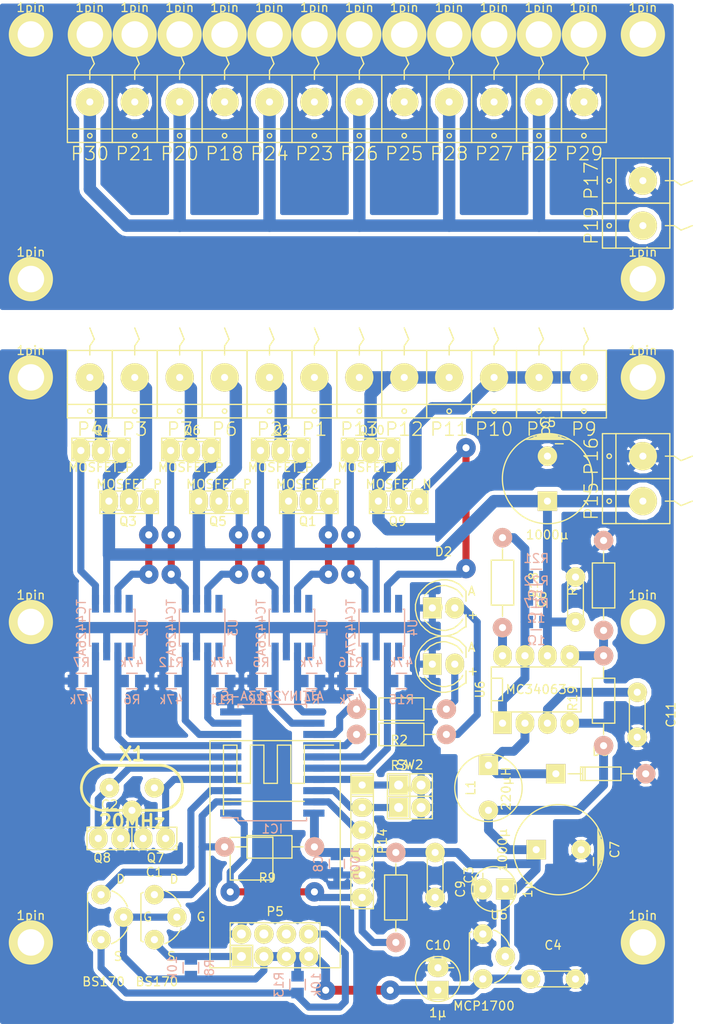
<source format=kicad_pcb>
(kicad_pcb (version 20160815) (host pcbnew "(2016-09-27 revision 92216b7)-makepkg")
  (layers (0 F.Cu signal) (31 B.Cu signal) (34 B.Paste user) (35 F.Paste user) (36 B.SilkS user) (37 F.SilkS user) (38 B.Mask user) (39 F.Mask user) (44 Edge.Cuts user))
  (net 0 "")
  (net 1 "Net-(P1-Pad1)")
  (net 2 "Net-(P10-Pad1)")
  (net 3 GND)
  (net 4 VDD)
  (net 5 "Net-(P11-Pad1)")
  (net 6 "Net-(P7-Pad1)")
  (net 7 "Net-(P6-Pad1)")
  (net 8 "Net-(P4-Pad1)")
  (net 9 "Net-(P3-Pad1)")
  (net 10 "Net-(P2-Pad1)")
  (net 11 "Net-(R18-Pad2)")
  (net 12 "Net-(R17-Pad2)")
  (net 13 "Net-(R19-Pad2)")
  (net 14 "Net-(C11-Pad1)")
  (net 15 "Net-(D3-Pad2)")
  (net 16 "Net-(Q9-PadG)")
  (net 17 "Net-(Q10-PadG)")
  (net 18 "Net-(Q6-PadG)")
  (net 19 "Net-(Q1-PadG)")
  (net 20 "Net-(Q2-PadG)")
  (net 21 "Net-(Q3-PadG)")
  (net 22 "Net-(Q4-PadG)")
  (net 23 "Net-(Q5-PadG)")
  (net 24 +5V)
  (net 25 /P1)
  (net 26 /P2)
  (net 27 "Net-(D1-Pad1)")
  (net 28 "Net-(IC1-Pad13)")
  (net 29 /P3)
  (net 30 /P4)
  (net 31 /TX_WIFI)
  (net 32 +3V3)
  (net 33 /RX_AVR)
  (net 34 /RX_WIFI)
  (net 35 /N2)
  (net 36 /N1)
  (net 37 /TX_AVR)
  (net 38 /RESET)
  (net 39 "Net-(D2-Pad1)")
  (net 40 "Net-(IC1-Pad14)")
  (net 41 /P6)
  (net 42 /P5)
  (net 43 "Net-(P5-Pad6)")
  (net 44 "Net-(P5-Pad4)")
  (net 45 /MOSI)
  (net 46 /SCK)
  (net 47 /MISO)
  (net 48 "Net-(U1-Pad8)")
  (net 49 "Net-(U1-Pad1)")
  (net 50 "Net-(U4-Pad1)")
  (net 51 "Net-(U4-Pad8)")
  (net 52 "Net-(U2-Pad8)")
  (net 53 "Net-(U2-Pad1)")
  (net 54 "Net-(U3-Pad1)")
  (net 55 "Net-(U3-Pad8)")
  (net 56 "Net-(C2-Pad1)")
  (net 57 "Net-(C1-Pad1)")
  (net 58 "Net-(P19-Pad1)")
  (net 59 "/Power Supply/GND2")
  (module Connect:1pin (layer F.Cu) (at 107.95 56.1975)
    (fp_text reference 1pin (at 0 -3.048) (layer F.SilkS))
    (fp_text value VAL** hide)
    (pad 1 thru_hole circle (at 0 0) (size 5 5) (drill 3) (layers *.Cu *.Mask F.SilkS) (net 59 "/Power Supply/GND2"))
  )
  (module Connect:1pin (layer F.Cu) (at 177.165 94.9325)
    (fp_text reference 1pin (at 0 -3.048) (layer F.SilkS))
    (fp_text value VAL** hide)
    (pad 1 thru_hole circle (at 0 0) (size 5 5) (drill 3) (layers *.Cu *.Mask F.SilkS) (net 3 GND))
  )
  (module Connect:1pin (layer F.Cu) (at 177.165 56.1975)
    (fp_text reference 1pin (at 0 -3.048) (layer F.SilkS))
    (fp_text value VAL** hide)
    (pad 1 thru_hole circle (at 0 0) (size 5 5) (drill 3) (layers *.Cu *.Mask F.SilkS) (net 59 "/Power Supply/GND2"))
  )
  (module Connect:1pin (layer F.Cu) (at 107.95 94.9325)
    (fp_text reference 1pin (at 0 -3.048) (layer F.SilkS))
    (fp_text value VAL** hide)
    (pad 1 thru_hole circle (at 0 0) (size 5 5) (drill 3) (layers *.Cu *.Mask F.SilkS) (net 3 GND))
  )
  (module Connect:1pin (layer F.Cu) (at 107.95 28.575)
    (fp_text reference 1pin (at 0 -3.048) (layer F.SilkS))
    (fp_text value VAL** hide)
    (pad 1 thru_hole circle (at 0 0) (size 5 5) (drill 3) (layers *.Cu *.Mask F.SilkS) (net 59 "/Power Supply/GND2"))
  )
  (module Connect:1pin (layer F.Cu) (at 177.165 28.575)
    (fp_text reference 1pin (at 0 -3.048) (layer F.SilkS))
    (fp_text value VAL** hide)
    (pad 1 thru_hole circle (at 0 0) (size 5 5) (drill 3) (layers *.Cu *.Mask F.SilkS) (net 59 "/Power Supply/GND2"))
  )
  (module Connect:1pin (layer F.Cu) (at 114.6175 28.575)
    (fp_text reference 1pin (at 0 -3.048) (layer F.SilkS))
    (fp_text value VAL** hide)
    (pad 1 thru_hole circle (at 0 0) (size 5 5) (drill 3) (layers *.Cu *.Mask F.SilkS) (net 59 "/Power Supply/GND2"))
  )
  (module Connect:1pin (layer F.Cu) (at 119.6975 28.575)
    (fp_text reference 1pin (at 0 -3.048) (layer F.SilkS))
    (fp_text value VAL** hide)
    (pad 1 thru_hole circle (at 0 0) (size 5 5) (drill 3) (layers *.Cu *.Mask F.SilkS) (net 59 "/Power Supply/GND2"))
  )
  (module Connect:1pin (layer F.Cu) (at 124.7775 28.575)
    (fp_text reference 1pin (at 0 -3.048) (layer F.SilkS))
    (fp_text value VAL** hide)
    (pad 1 thru_hole circle (at 0 0) (size 5 5) (drill 3) (layers *.Cu *.Mask F.SilkS) (net 59 "/Power Supply/GND2"))
  )
  (module Connect:1pin (layer F.Cu) (at 129.8575 28.575)
    (fp_text reference 1pin (at 0 -3.048) (layer F.SilkS))
    (fp_text value VAL** hide)
    (pad 1 thru_hole circle (at 0 0) (size 5 5) (drill 3) (layers *.Cu *.Mask F.SilkS) (net 59 "/Power Supply/GND2"))
  )
  (module Connect:1pin (layer F.Cu) (at 134.9375 28.575)
    (fp_text reference 1pin (at 0 -3.048) (layer F.SilkS))
    (fp_text value VAL** hide)
    (pad 1 thru_hole circle (at 0 0) (size 5 5) (drill 3) (layers *.Cu *.Mask F.SilkS) (net 59 "/Power Supply/GND2"))
  )
  (module Connect:1pin (layer F.Cu) (at 140.0175 28.575)
    (fp_text reference 1pin (at 0 -3.048) (layer F.SilkS))
    (fp_text value VAL** hide)
    (pad 1 thru_hole circle (at 0 0) (size 5 5) (drill 3) (layers *.Cu *.Mask F.SilkS) (net 59 "/Power Supply/GND2"))
  )
  (module Connect:1pin (layer F.Cu) (at 145.0975 28.575)
    (fp_text reference 1pin (at 0 -3.048) (layer F.SilkS))
    (fp_text value VAL** hide)
    (pad 1 thru_hole circle (at 0 0) (size 5 5) (drill 3) (layers *.Cu *.Mask F.SilkS) (net 59 "/Power Supply/GND2"))
  )
  (module Connect:1pin (layer F.Cu) (at 150.1775 28.575)
    (fp_text reference 1pin (at 0 -3.048) (layer F.SilkS))
    (fp_text value VAL** hide)
    (pad 1 thru_hole circle (at 0 0) (size 5 5) (drill 3) (layers *.Cu *.Mask F.SilkS) (net 59 "/Power Supply/GND2"))
  )
  (module Connect:1pin (layer F.Cu) (at 155.2575 28.575)
    (fp_text reference 1pin (at 0 -3.048) (layer F.SilkS))
    (fp_text value VAL** hide)
    (pad 1 thru_hole circle (at 0 0) (size 5 5) (drill 3) (layers *.Cu *.Mask F.SilkS) (net 59 "/Power Supply/GND2"))
  )
  (module Connect:1pin (layer F.Cu) (at 160.3375 28.575)
    (fp_text reference 1pin (at 0 -3.048) (layer F.SilkS))
    (fp_text value VAL** hide)
    (pad 1 thru_hole circle (at 0 0) (size 5 5) (drill 3) (layers *.Cu *.Mask F.SilkS) (net 59 "/Power Supply/GND2"))
  )
  (module Connect:1pin (layer F.Cu) (at 165.4175 28.575)
    (fp_text reference 1pin (at 0 -3.048) (layer F.SilkS))
    (fp_text value VAL** hide)
    (pad 1 thru_hole circle (at 0 0) (size 5 5) (drill 3) (layers *.Cu *.Mask F.SilkS) (net 59 "/Power Supply/GND2"))
  )
  (module Connect:1pin (layer F.Cu) (at 170.4975 28.575)
    (fp_text reference 1pin (at 0 -3.048) (layer F.SilkS))
    (fp_text value VAL** hide)
    (pad 1 thru_hole circle (at 0 0) (size 5 5) (drill 3) (layers *.Cu *.Mask F.SilkS) (net 59 "/Power Supply/GND2"))
  )
  (module connectors:1PIN_DG306 (layer F.Cu) (at 177.165 45.085 270)
    (fp_text reference P17 (at 0 5.842 270) (layer F.SilkS) (effects (font (size 1.5 1.5))))
    (fp_text value GND_IN)
    (pad 1 thru_hole circle (at 0 0 270) (size 3.2 3.2) (drill 0.8) (layers *.Cu *.Mask F.SilkS) (net 59 "/Power Supply/GND2"))
  )
  (module connectors:1PIN_DG306 (layer F.Cu) (at 129.8575 36.195)
    (fp_text reference P18 (at 0 5.842) (layer F.SilkS) (effects (font (size 1.5 1.5))))
    (fp_text value GND_OUT)
    (pad 1 thru_hole circle (at 0 0) (size 3.2 3.2) (drill 0.8) (layers *.Cu *.Mask F.SilkS) (net 59 "/Power Supply/GND2"))
  )
  (module connectors:1PIN_DG306 (layer F.Cu) (at 177.165 50.165 270)
    (fp_text reference P19 (at 0 5.842 270) (layer F.SilkS) (effects (font (size 1.5 1.5))))
    (fp_text value VDD_IN)
    (pad 1 thru_hole circle (at 0 0 270) (size 3.2 3.2) (drill 0.8) (layers *.Cu *.Mask F.SilkS) (net 58 "Net-(P19-Pad1)"))
  )
  (module connectors:1PIN_DG306 (layer F.Cu) (at 124.7775 36.195)
    (fp_text reference P20 (at 0 5.842) (layer F.SilkS) (effects (font (size 1.5 1.5))))
    (fp_text value VDD_OUT)
    (pad 1 thru_hole circle (at 0 0) (size 3.2 3.2) (drill 0.8) (layers *.Cu *.Mask F.SilkS) (net 58 "Net-(P19-Pad1)"))
  )
  (module connectors:1PIN_DG306 (layer F.Cu) (at 119.6975 36.195)
    (fp_text reference P21 (at 0 5.842) (layer F.SilkS) (effects (font (size 1.5 1.5))))
    (fp_text value GND_OUT)
    (pad 1 thru_hole circle (at 0 0) (size 3.2 3.2) (drill 0.8) (layers *.Cu *.Mask F.SilkS) (net 59 "/Power Supply/GND2"))
  )
  (module connectors:1PIN_DG306 (layer F.Cu) (at 140.0175 36.195)
    (fp_text reference P23 (at 0 5.842) (layer F.SilkS) (effects (font (size 1.5 1.5))))
    (fp_text value GND_OUT)
    (pad 1 thru_hole circle (at 0 0) (size 3.2 3.2) (drill 0.8) (layers *.Cu *.Mask F.SilkS) (net 59 "/Power Supply/GND2"))
  )
  (module connectors:1PIN_DG306 (layer F.Cu) (at 134.9375 36.195)
    (fp_text reference P24 (at 0 5.842) (layer F.SilkS) (effects (font (size 1.5 1.5))))
    (fp_text value VDD_OUT)
    (pad 1 thru_hole circle (at 0 0) (size 3.2 3.2) (drill 0.8) (layers *.Cu *.Mask F.SilkS) (net 58 "Net-(P19-Pad1)"))
  )
  (module connectors:1PIN_DG306 (layer F.Cu) (at 150.1775 36.195)
    (fp_text reference P25 (at 0 5.842) (layer F.SilkS) (effects (font (size 1.5 1.5))))
    (fp_text value GND_OUT)
    (pad 1 thru_hole circle (at 0 0) (size 3.2 3.2) (drill 0.8) (layers *.Cu *.Mask F.SilkS) (net 59 "/Power Supply/GND2"))
  )
  (module connectors:1PIN_DG306 (layer F.Cu) (at 145.0975 36.195)
    (fp_text reference P26 (at 0 5.842) (layer F.SilkS) (effects (font (size 1.5 1.5))))
    (fp_text value VDD_OUT)
    (pad 1 thru_hole circle (at 0 0) (size 3.2 3.2) (drill 0.8) (layers *.Cu *.Mask F.SilkS) (net 58 "Net-(P19-Pad1)"))
  )
  (module connectors:1PIN_DG306 (layer F.Cu) (at 160.3375 36.195)
    (fp_text reference P27 (at 0 5.842) (layer F.SilkS) (effects (font (size 1.5 1.5))))
    (fp_text value GND_OUT)
    (pad 1 thru_hole circle (at 0 0) (size 3.2 3.2) (drill 0.8) (layers *.Cu *.Mask F.SilkS) (net 59 "/Power Supply/GND2"))
  )
  (module connectors:1PIN_DG306 (layer F.Cu) (at 155.2575 36.195)
    (fp_text reference P28 (at 0 5.842) (layer F.SilkS) (effects (font (size 1.5 1.5))))
    (fp_text value VDD_OUT)
    (pad 1 thru_hole circle (at 0 0) (size 3.2 3.2) (drill 0.8) (layers *.Cu *.Mask F.SilkS) (net 58 "Net-(P19-Pad1)"))
  )
  (module connectors:1PIN_DG306 (layer F.Cu) (at 170.4975 36.195)
    (fp_text reference P29 (at 0 5.842) (layer F.SilkS) (effects (font (size 1.5 1.5))))
    (fp_text value GND_OUT)
    (pad 1 thru_hole circle (at 0 0) (size 3.2 3.2) (drill 0.8) (layers *.Cu *.Mask F.SilkS) (net 59 "/Power Supply/GND2"))
  )
  (module connectors:1PIN_DG306 (layer F.Cu) (at 114.6175 36.195)
    (fp_text reference P30 (at 0 5.842) (layer F.SilkS) (effects (font (size 1.5 1.5))))
    (fp_text value VDD_OUT)
    (pad 1 thru_hole circle (at 0 0) (size 3.2 3.2) (drill 0.8) (layers *.Cu *.Mask F.SilkS) (net 58 "Net-(P19-Pad1)"))
  )
  (module connectors:1PIN_DG306 (layer F.Cu) (at 165.4175 36.195)
    (fp_text reference P22 (at 0 5.842) (layer F.SilkS) (effects (font (size 1.5 1.5))))
    (fp_text value VDD_OUT)
    (pad 1 thru_hole circle (at 0 0) (size 3.2 3.2) (drill 0.8) (layers *.Cu *.Mask F.SilkS) (net 58 "Net-(P19-Pad1)"))
  )
  (module esp8266:ESP8266_Module (layer F.Cu) (at 135.5725 131.445)
    (fp_text reference P5 (at 0 -3.81) (layer F.SilkS))
    (fp_text value ESP8266 hide)
    (pad 8 thru_hole oval (at 3.81 -1.27) (size 2.2 2.2) (drill 1.016) (layers *.Cu *.Mask F.SilkS) (net 34 /RX_WIFI))
    (pad 7 thru_hole oval (at 3.81 1.27) (size 2.2 2.2) (drill 1.016) (layers *.Cu *.Mask F.SilkS) (net 32 +3V3))
    (pad 6 thru_hole oval (at 1.27 -1.27) (size 2.2 2.2) (drill 1.016) (layers *.Cu *.Mask F.SilkS) (net 43 "Net-(P5-Pad6)"))
    (pad 5 thru_hole oval (at 1.27 1.27) (size 2.2 2.2) (drill 1.016) (layers *.Cu *.Mask F.SilkS) (net 32 +3V3))
    (pad 4 thru_hole oval (at -1.27 -1.27) (size 2.2 2.2) (drill 1.016) (layers *.Cu *.Mask F.SilkS) (net 44 "Net-(P5-Pad4)"))
    (pad 3 thru_hole oval (at -1.27 1.27) (size 2.2 2.2) (drill 1.016) (layers *.Cu *.Mask F.SilkS) (net 32 +3V3))
    (pad 2 thru_hole oval (at -3.81 -1.27) (size 2.2 2.2) (drill 1.016) (layers *.Cu *.Mask F.SilkS) (net 3 GND))
    (pad 1 thru_hole rect (at -3.81 1.27) (size 2.2 2.2) (drill 1.016) (layers *.Cu *.Mask F.SilkS) (net 31 /TX_WIFI))
  )
  (module connectors:1PIN_DG306 (layer F.Cu) (at 114.6175 67.31)
    (fp_text reference P4 (at 0 5.842) (layer F.SilkS) (effects (font (size 1.5 1.5))))
    (fp_text value POSITIVE_OUT_4)
    (pad 1 thru_hole circle (at 0 0) (size 3.2 3.2) (drill 0.8) (layers *.Cu *.Mask F.SilkS) (net 8 "Net-(P4-Pad1)"))
  )
  (module connectors:1PIN_DG306 (layer F.Cu) (at 134.9375 67.31)
    (fp_text reference P2 (at 0 5.842) (layer F.SilkS) (effects (font (size 1.5 1.5))))
    (fp_text value POSITIVE_OUT_2)
    (pad 1 thru_hole circle (at 0 0) (size 3.2 3.2) (drill 0.8) (layers *.Cu *.Mask F.SilkS) (net 10 "Net-(P2-Pad1)"))
  )
  (module connectors:1PIN_DG306 (layer F.Cu) (at 119.6975 67.31)
    (fp_text reference P3 (at 0 5.842) (layer F.SilkS) (effects (font (size 1.5 1.5))))
    (fp_text value POSITIVE_OUT_3)
    (pad 1 thru_hole circle (at 0 0) (size 3.2 3.2) (drill 0.8) (layers *.Cu *.Mask F.SilkS) (net 9 "Net-(P3-Pad1)"))
  )
  (module connectors:1PIN_DG306 (layer F.Cu) (at 129.8575 67.31)
    (fp_text reference P6 (at 0 5.842) (layer F.SilkS) (effects (font (size 1.5 1.5))))
    (fp_text value POSITIVE_OUT_5)
    (pad 1 thru_hole circle (at 0 0) (size 3.2 3.2) (drill 0.8) (layers *.Cu *.Mask F.SilkS) (net 7 "Net-(P6-Pad1)"))
  )
  (module connectors:1PIN_DG306 (layer F.Cu) (at 124.7775 67.31)
    (fp_text reference P7 (at 0 5.842) (layer F.SilkS) (effects (font (size 1.5 1.5))))
    (fp_text value POSITIVE_OUT_6)
    (pad 1 thru_hole circle (at 0 0) (size 3.2 3.2) (drill 0.8) (layers *.Cu *.Mask F.SilkS) (net 6 "Net-(P7-Pad1)"))
  )
  (module connectors:1PIN_DG306 (layer F.Cu) (at 165.4175 67.31)
    (fp_text reference P8 (at 0 5.842) (layer F.SilkS) (effects (font (size 1.5 1.5))))
    (fp_text value NEGATIVE_OUT_1)
    (pad 1 thru_hole circle (at 0 0) (size 3.2 3.2) (drill 0.8) (layers *.Cu *.Mask F.SilkS) (net 2 "Net-(P10-Pad1)"))
  )
  (module connectors:1PIN_DG306 (layer F.Cu) (at 170.4975 67.31)
    (fp_text reference P9 (at 0 5.842) (layer F.SilkS) (effects (font (size 1.5 1.5))))
    (fp_text value NEGATIVE_OUT_1)
    (pad 1 thru_hole circle (at 0 0) (size 3.2 3.2) (drill 0.8) (layers *.Cu *.Mask F.SilkS) (net 2 "Net-(P10-Pad1)"))
  )
  (module connectors:1PIN_DG306 (layer F.Cu) (at 155.2575 67.31)
    (fp_text reference P11 (at 0 5.842) (layer F.SilkS) (effects (font (size 1.5 1.5))))
    (fp_text value NEGATIVE_OUT_2)
    (pad 1 thru_hole circle (at 0 0) (size 3.2 3.2) (drill 0.8) (layers *.Cu *.Mask F.SilkS) (net 5 "Net-(P11-Pad1)"))
  )
  (module connectors:1PIN_DG306 (layer F.Cu) (at 150.1775 67.31)
    (fp_text reference P12 (at 0 5.842) (layer F.SilkS) (effects (font (size 1.5 1.5))))
    (fp_text value NEGATIVE_OUT_2)
    (pad 1 thru_hole circle (at 0 0) (size 3.2 3.2) (drill 0.8) (layers *.Cu *.Mask F.SilkS) (net 5 "Net-(P11-Pad1)"))
  )
  (module connectors:1PIN_DG306 (layer F.Cu) (at 145.0975 67.31)
    (fp_text reference P13 (at 0 5.842) (layer F.SilkS) (effects (font (size 1.5 1.5))))
    (fp_text value NEGATIVE_OUT_2)
    (pad 1 thru_hole circle (at 0 0) (size 3.2 3.2) (drill 0.8) (layers *.Cu *.Mask F.SilkS) (net 5 "Net-(P11-Pad1)"))
  )
  (module connectors:1PIN_DG306 (layer F.Cu) (at 177.165 81.28 270)
    (fp_text reference P15 (at 0 5.842 270) (layer F.SilkS) (effects (font (size 1.5 1.5))))
    (fp_text value +12v_IN)
    (pad 1 thru_hole circle (at 0 0 270) (size 3.2 3.2) (drill 0.8) (layers *.Cu *.Mask F.SilkS) (net 4 VDD))
  )
  (module connectors:1PIN_DG306 (layer F.Cu) (at 177.165 76.2 270)
    (fp_text reference P16 (at 0 5.842 270) (layer F.SilkS) (effects (font (size 1.5 1.5))))
    (fp_text value GND_IN)
    (pad 1 thru_hole circle (at 0 0 270) (size 3.2 3.2) (drill 0.8) (layers *.Cu *.Mask F.SilkS) (net 3 GND))
  )
  (module connectors:1PIN_DG306 (layer F.Cu) (at 160.3375 67.31)
    (fp_text reference P10 (at 0 5.842) (layer F.SilkS) (effects (font (size 1.5 1.5))))
    (fp_text value NEGATIVE_OUT_1)
    (pad 1 thru_hole circle (at 0 0) (size 3.2 3.2) (drill 0.8) (layers *.Cu *.Mask F.SilkS) (net 2 "Net-(P10-Pad1)"))
  )
  (module connectors:1PIN_DG306 (layer F.Cu) (at 140.0175 67.31)
    (fp_text reference P1 (at 0 5.842) (layer F.SilkS) (effects (font (size 1.5 1.5))))
    (fp_text value POSITIVE_OUT_1)
    (pad 1 thru_hole circle (at 0 0) (size 3.2 3.2) (drill 0.8) (layers *.Cu *.Mask F.SilkS) (net 1 "Net-(P1-Pad1)"))
  )
  (module Connect:1pin (layer F.Cu) (at 177.165 131.1275)
    (fp_text reference 1pin (at 0 -3.048) (layer F.SilkS))
    (fp_text value VAL** hide)
    (pad 1 thru_hole circle (at 0 0) (size 5 5) (drill 3) (layers *.Cu *.Mask F.SilkS) (net 3 GND))
  )
  (module Connect:1pin (layer F.Cu) (at 107.95 131.1275)
    (fp_text reference 1pin (at 0 -3.048) (layer F.SilkS))
    (fp_text value VAL** hide)
    (pad 1 thru_hole circle (at 0 0) (size 5 5) (drill 3) (layers *.Cu *.Mask F.SilkS) (net 3 GND))
  )
  (module Connect:1pin (layer F.Cu) (at 107.95 67.31)
    (fp_text reference 1pin (at 0 -3.048) (layer F.SilkS))
    (fp_text value VAL** hide)
    (pad 1 thru_hole circle (at 0 0) (size 5 5) (drill 3) (layers *.Cu *.Mask F.SilkS) (net 3 GND))
  )
  (module Capacitors_SMD:C_0805 (layer B.Cu) (at 142.5575 122.2375 270)
    (fp_text reference C8 (at 0 2.1 270) (layer B.SilkS) (effects (justify mirror)))
    (fp_text value 100n (at 0 -2.1 270) (layer B.SilkS) (effects (justify mirror)))
    (pad 2 smd rect (at 1 0 270) (size 1.2 1.4) (layers B.Cu B.Paste B.Mask) (net 3 GND))
    (pad 1 smd rect (at -1 0 270) (size 1.2 1.4) (layers B.Cu B.Paste B.Mask) (net 24 +5V))
  )
  (module Resistors_ThroughHole:Resistor_Horizontal_RM10mm (layer F.Cu) (at 134.9375 120.3325 180)
    (fp_text reference R9 (at 0.24892 -3.50012 180) (layer F.SilkS))
    (fp_text value 10k hide)
    (pad 2 thru_hole circle (at 5.08 0 180) (size 2.2 2.2) (drill 0.8) (layers *.Cu *.SilkS *.Mask) (net 33 /RX_AVR))
    (pad 1 thru_hole circle (at -5.08 0 180) (size 2.2 2.2) (drill 0.8) (layers *.Cu *.SilkS *.Mask) (net 24 +5V))
  )
  (module Resistors_SMD:R_0805 (layer B.Cu) (at 138.1125 135.89 270)
    (fp_text reference R13 (at 0 2.1 270) (layer B.SilkS) (effects (justify mirror)))
    (fp_text value 10k (at 0 -2.1 270) (layer B.SilkS) (effects (justify mirror)))
    (pad 1 smd rect (at -0.95 0 270) (size 1.2 1.4) (layers B.Cu B.Paste B.Mask) (net 32 +3V3))
    (pad 2 smd rect (at 0.95 0 270) (size 1.2 1.4) (layers B.Cu B.Paste B.Mask) (net 34 /RX_WIFI))
  )
  (module Resistors_SMD:R_0805 (layer B.Cu) (at 126.0475 133.985 90)
    (fp_text reference R8 (at 0 2.1 90) (layer B.SilkS) (effects (justify mirror)))
    (fp_text value 10k (at 0 -2.1 90) (layer B.SilkS) (effects (justify mirror)))
    (pad 2 smd rect (at 0.95 0 90) (size 1.2 1.4) (layers B.Cu B.Paste B.Mask) (net 31 /TX_WIFI))
    (pad 1 smd rect (at -0.95 0 90) (size 1.2 1.4) (layers B.Cu B.Paste B.Mask) (net 32 +3V3))
  )
  (module Pin_Headers:Pin_Header_Straight_1x06 (layer F.Cu) (at 145.415 119.6975 270)
    (fp_text reference P14 (at 0 -2.286 270) (layer F.SilkS))
    (fp_text value ISP hide)
    (pad 6 thru_hole oval (at 6.35 0 270) (size 2.1 2.4) (drill 0.8128) (layers *.Cu *.Mask F.SilkS) (net 38 /RESET))
    (pad 5 thru_hole oval (at 3.81 0 270) (size 2.1 2.4) (drill 0.8128) (layers *.Cu *.Mask F.SilkS) (net 3 GND))
    (pad 4 thru_hole oval (at 1.27 0 270) (size 2.1 2.4) (drill 0.8128) (layers *.Cu *.Mask F.SilkS) (net 24 +5V))
    (pad 3 thru_hole oval (at -1.27 0 270) (size 2.1 2.4) (drill 0.8128) (layers *.Cu *.Mask F.SilkS) (net 46 /SCK))
    (pad 2 thru_hole oval (at -3.81 0 270) (size 2.1 2.4) (drill 0.8128) (layers *.Cu *.Mask F.SilkS) (net 47 /MISO))
    (pad 1 thru_hole rect (at -6.35 0 270) (size 2.1 2.4) (drill 0.8128) (layers *.Cu *.Mask F.SilkS) (net 45 /MOSI))
  )
  (module Resistors_SMD:R_0805 (layer B.Cu) (at 119.38 101.6)
    (fp_text reference R6 (at 0 2.1) (layer B.SilkS) (effects (justify mirror)))
    (fp_text value 47k (at 0 -2.1) (layer B.SilkS) (effects (justify mirror)))
    (pad 2 smd rect (at 0.95 0) (size 1.2 1.4) (layers B.Cu B.Paste B.Mask) (net 3 GND))
    (pad 1 smd rect (at -0.95 0) (size 1.2 1.4) (layers B.Cu B.Paste B.Mask) (net 29 /P3))
  )
  (module Resistors_SMD:R_0805 (layer B.Cu) (at 144.145 101.6 180)
    (fp_text reference R16 (at 0 2.1 180) (layer B.SilkS) (effects (justify mirror)))
    (fp_text value 47k (at 0 -2.1 180) (layer B.SilkS) (effects (justify mirror)))
    (pad 2 smd rect (at 0.95 0 180) (size 1.2 1.4) (layers B.Cu B.Paste B.Mask) (net 3 GND))
    (pad 1 smd rect (at -0.95 0 180) (size 1.2 1.4) (layers B.Cu B.Paste B.Mask) (net 35 /N2))
  )
  (module Resistors_SMD:R_0805 (layer B.Cu) (at 149.86 101.6)
    (fp_text reference R15 (at 0 2.1) (layer B.SilkS) (effects (justify mirror)))
    (fp_text value 47k (at 0 -2.1) (layer B.SilkS) (effects (justify mirror)))
    (pad 1 smd rect (at -0.95 0) (size 1.2 1.4) (layers B.Cu B.Paste B.Mask) (net 36 /N1))
    (pad 2 smd rect (at 0.95 0) (size 1.2 1.4) (layers B.Cu B.Paste B.Mask) (net 3 GND))
  )
  (module Resistors_SMD:R_0805 (layer B.Cu) (at 133.985 101.6 180)
    (fp_text reference R5 (at 0 2.1 180) (layer B.SilkS) (effects (justify mirror)))
    (fp_text value 47k (at 0 -2.1 180) (layer B.SilkS) (effects (justify mirror)))
    (pad 2 smd rect (at 0.95 0 180) (size 1.2 1.4) (layers B.Cu B.Paste B.Mask) (net 3 GND))
    (pad 1 smd rect (at -0.95 0 180) (size 1.2 1.4) (layers B.Cu B.Paste B.Mask) (net 26 /P2))
  )
  (module Resistors_SMD:R_0805 (layer B.Cu) (at 123.825 101.6 180)
    (fp_text reference R12 (at 0 2.1 180) (layer B.SilkS) (effects (justify mirror)))
    (fp_text value 47k (at 0 -2.1 180) (layer B.SilkS) (effects (justify mirror)))
    (pad 1 smd rect (at -0.95 0 180) (size 1.2 1.4) (layers B.Cu B.Paste B.Mask) (net 41 /P6))
    (pad 2 smd rect (at 0.95 0 180) (size 1.2 1.4) (layers B.Cu B.Paste B.Mask) (net 3 GND))
  )
  (module Resistors_SMD:R_0805 (layer B.Cu) (at 129.54 101.6)
    (fp_text reference R11 (at 0 2.1) (layer B.SilkS) (effects (justify mirror)))
    (fp_text value 47k (at 0 -2.1) (layer B.SilkS) (effects (justify mirror)))
    (pad 2 smd rect (at 0.95 0) (size 1.2 1.4) (layers B.Cu B.Paste B.Mask) (net 3 GND))
    (pad 1 smd rect (at -0.95 0) (size 1.2 1.4) (layers B.Cu B.Paste B.Mask) (net 42 /P5))
  )
  (module Resistors_SMD:R_0805 (layer B.Cu) (at 113.665 101.6 180)
    (fp_text reference R7 (at 0 2.1 180) (layer B.SilkS) (effects (justify mirror)))
    (fp_text value 47k (at 0 -2.1 180) (layer B.SilkS) (effects (justify mirror)))
    (pad 1 smd rect (at -0.95 0 180) (size 1.2 1.4) (layers B.Cu B.Paste B.Mask) (net 30 /P4))
    (pad 2 smd rect (at 0.95 0 180) (size 1.2 1.4) (layers B.Cu B.Paste B.Mask) (net 3 GND))
  )
  (module Resistors_SMD:R_0805 (layer B.Cu) (at 139.7 101.6)
    (fp_text reference R4 (at 0 2.1) (layer B.SilkS) (effects (justify mirror)))
    (fp_text value 47k (at 0 -2.1) (layer B.SilkS) (effects (justify mirror)))
    (pad 2 smd rect (at 0.95 0) (size 1.2 1.4) (layers B.Cu B.Paste B.Mask) (net 3 GND))
    (pad 1 smd rect (at -0.95 0) (size 1.2 1.4) (layers B.Cu B.Paste B.Mask) (net 25 /P1))
  )
  (module SMD_Packages:IPAK-3_GDS (layer F.Cu) (at 126.0475 75.565 180)
    (fp_text reference Q6 (at -0.127 2.286 180) (layer F.SilkS))
    (fp_text value MOSFET_P (at 0 -1.905 180) (layer F.SilkS))
    (pad D thru_hole oval (at 0 0 180) (size 2.08 2.8) (drill 0.8128) (layers *.Cu *.Mask F.SilkS) (net 6 "Net-(P7-Pad1)"))
    (pad S thru_hole oval (at -2.286 0 180) (size 2.08 2.8) (drill 0.8128) (layers *.Cu *.Mask F.SilkS) (net 4 VDD))
    (pad G thru_hole oval (at 2.286 0 180) (size 2.08 2.8) (drill 0.8128) (layers *.Cu *.Mask F.SilkS) (net 18 "Net-(Q6-PadG)"))
  )
  (module SMD_Packages:IPAK-3_GDS (layer F.Cu) (at 129.2225 81.28)
    (fp_text reference Q5 (at -0.127 2.286) (layer F.SilkS))
    (fp_text value MOSFET_P (at 0 -1.905) (layer F.SilkS))
    (pad G thru_hole oval (at 2.286 0) (size 2.08 2.8) (drill 0.8128) (layers *.Cu *.Mask F.SilkS) (net 23 "Net-(Q5-PadG)"))
    (pad S thru_hole oval (at -2.286 0) (size 2.08 2.8) (drill 0.8128) (layers *.Cu *.Mask F.SilkS) (net 4 VDD))
    (pad D thru_hole oval (at 0 0) (size 2.08 2.8) (drill 0.8128) (layers *.Cu *.Mask F.SilkS) (net 7 "Net-(P6-Pad1)"))
  )
  (module SMD_Packages:IPAK-3_GDS (layer F.Cu) (at 115.8875 75.565 180)
    (fp_text reference Q4 (at -0.127 2.286 180) (layer F.SilkS))
    (fp_text value MOSFET_P (at 0 -1.905 180) (layer F.SilkS))
    (pad D thru_hole oval (at 0 0 180) (size 2.08 2.8) (drill 0.8128) (layers *.Cu *.Mask F.SilkS) (net 8 "Net-(P4-Pad1)"))
    (pad S thru_hole oval (at -2.286 0 180) (size 2.08 2.8) (drill 0.8128) (layers *.Cu *.Mask F.SilkS) (net 4 VDD))
    (pad G thru_hole oval (at 2.286 0 180) (size 2.08 2.8) (drill 0.8128) (layers *.Cu *.Mask F.SilkS) (net 22 "Net-(Q4-PadG)"))
  )
  (module SMD_Packages:IPAK-3_GDS (layer F.Cu) (at 119.0625 81.28)
    (fp_text reference Q3 (at -0.127 2.286) (layer F.SilkS))
    (fp_text value MOSFET_P (at 0 -1.905) (layer F.SilkS))
    (pad G thru_hole oval (at 2.286 0) (size 2.08 2.8) (drill 0.8128) (layers *.Cu *.Mask F.SilkS) (net 21 "Net-(Q3-PadG)"))
    (pad S thru_hole oval (at -2.286 0) (size 2.08 2.8) (drill 0.8128) (layers *.Cu *.Mask F.SilkS) (net 4 VDD))
    (pad D thru_hole oval (at 0 0) (size 2.08 2.8) (drill 0.8128) (layers *.Cu *.Mask F.SilkS) (net 9 "Net-(P3-Pad1)"))
  )
  (module SMD_Packages:IPAK-3_GDS (layer F.Cu) (at 136.2075 75.565 180)
    (fp_text reference Q2 (at -0.127 2.286 180) (layer F.SilkS))
    (fp_text value MOSFET_P (at 0 -1.905 180) (layer F.SilkS))
    (pad D thru_hole oval (at 0 0 180) (size 2.08 2.8) (drill 0.8128) (layers *.Cu *.Mask F.SilkS) (net 10 "Net-(P2-Pad1)"))
    (pad S thru_hole oval (at -2.286 0 180) (size 2.08 2.8) (drill 0.8128) (layers *.Cu *.Mask F.SilkS) (net 4 VDD))
    (pad G thru_hole oval (at 2.286 0 180) (size 2.08 2.8) (drill 0.8128) (layers *.Cu *.Mask F.SilkS) (net 20 "Net-(Q2-PadG)"))
  )
  (module SMD_Packages:IPAK-3_GDS (layer F.Cu) (at 139.3825 81.28)
    (fp_text reference Q1 (at -0.127 2.286) (layer F.SilkS))
    (fp_text value MOSFET_P (at 0 -1.905) (layer F.SilkS))
    (pad G thru_hole oval (at 2.286 0) (size 2.08 2.8) (drill 0.8128) (layers *.Cu *.Mask F.SilkS) (net 19 "Net-(Q1-PadG)"))
    (pad S thru_hole oval (at -2.286 0) (size 2.08 2.8) (drill 0.8128) (layers *.Cu *.Mask F.SilkS) (net 4 VDD))
    (pad D thru_hole oval (at 0 0) (size 2.08 2.8) (drill 0.8128) (layers *.Cu *.Mask F.SilkS) (net 1 "Net-(P1-Pad1)"))
  )
  (module Resistors_SMD:R_0805 (layer B.Cu) (at 165.1 92.3925 180)
    (fp_text reference R22 (at 0 2.1 180) (layer B.SilkS) (effects (justify mirror)))
    (fp_text value 1Ω (at 0 -2.1 180) (layer B.SilkS) (effects (justify mirror)))
    (pad 1 smd rect (at -0.95 0 180) (size 1.2 1.4) (layers B.Cu B.Paste B.Mask) (net 4 VDD))
    (pad 2 smd rect (at 0.95 0 180) (size 1.2 1.4) (layers B.Cu B.Paste B.Mask) (net 12 "Net-(R17-Pad2)"))
  )
  (module Resistors_SMD:R_0805 (layer B.Cu) (at 165.1 89.8525 180)
    (fp_text reference R21 (at 0 2.1 180) (layer B.SilkS) (effects (justify mirror)))
    (fp_text value 1Ω (at 0 -2.1 180) (layer B.SilkS) (effects (justify mirror)))
    (pad 2 smd rect (at 0.95 0 180) (size 1.2 1.4) (layers B.Cu B.Paste B.Mask) (net 12 "Net-(R17-Pad2)"))
    (pad 1 smd rect (at -0.95 0 180) (size 1.2 1.4) (layers B.Cu B.Paste B.Mask) (net 4 VDD))
  )
  (module Resistors_SMD:R_0805 (layer B.Cu) (at 165.1 94.9325 180)
    (fp_text reference R17 (at 0 2.1 180) (layer B.SilkS) (effects (justify mirror)))
    (fp_text value 1Ω (at 0 -2.1 180) (layer B.SilkS) (effects (justify mirror)))
    (pad 1 smd rect (at -0.95 0 180) (size 1.2 1.4) (layers B.Cu B.Paste B.Mask) (net 4 VDD))
    (pad 2 smd rect (at 0.95 0 180) (size 1.2 1.4) (layers B.Cu B.Paste B.Mask) (net 12 "Net-(R17-Pad2)"))
  )
  (module Capacitors_ThroughHole:Capacitor5x6RM2.5 (layer F.Cu) (at 153.9875 135.255)
    (fp_text reference C10 (at 0 -3.81) (layer F.SilkS))
    (fp_text value 1μ (at 0 3.81) (layer F.SilkS))
    (pad 2 thru_hole oval (at 0 -1.27) (size 2.4 2.1) (drill 0.8001) (layers *.Cu *.Mask F.SilkS) (net 3 GND))
    (pad 1 thru_hole rect (at 0 1.27) (size 2.4 2.1) (drill 0.8001) (layers *.Cu *.Mask F.SilkS) (net 32 +3V3))
  )
  (module Capacitors_ThroughHole:Capacitor5x6RM2.5 (layer F.Cu) (at 160.3375 125.095 90)
    (fp_text reference C9 (at 0 -3.81 90) (layer F.SilkS))
    (fp_text value 1μ (at 0 3.81 90) (layer F.SilkS))
    (pad 1 thru_hole rect (at 0 1.27 90) (size 2.4 2.1) (drill 0.8001) (layers *.Cu *.Mask F.SilkS) (net 24 +5V))
    (pad 2 thru_hole oval (at 0 -1.27 90) (size 2.4 2.1) (drill 0.8001) (layers *.Cu *.Mask F.SilkS) (net 3 GND))
  )
  (module Capacitors_ThroughHole:Capacitor10x16RM5 (layer F.Cu) (at 166.37 78.74)
    (fp_text reference C5 (at 0 -6.35) (layer F.SilkS))
    (fp_text value 1000μ (at 0 6.35) (layer F.SilkS))
    (pad 1 thru_hole rect (at 0 2.54) (size 2.2 2.2) (drill 0.8001) (layers *.Cu *.Mask F.SilkS) (net 4 VDD))
    (pad 2 thru_hole circle (at 0 -2.54) (size 2.2 2.2) (drill 0.8001) (layers *.Cu *.Mask F.SilkS) (net 3 GND))
  )
  (module Capacitors_ThroughHole:Capacitor10x16RM5 (layer F.Cu) (at 167.64 120.65 270)
    (fp_text reference C7 (at 0 -6.35 270) (layer F.SilkS))
    (fp_text value 1000μ (at 0 6.35 270) (layer F.SilkS))
    (pad 1 thru_hole rect (at 0 2.54 270) (size 2.2 2.2) (drill 0.8001) (layers *.Cu *.Mask F.SilkS) (net 24 +5V))
    (pad 2 thru_hole circle (at 0 -2.54 270) (size 2.2 2.2) (drill 0.8001) (layers *.Cu *.Mask F.SilkS) (net 3 GND))
  )
  (module Capacitors_ThroughHole:Capacitor3MMDiscRM2.5 (layer F.Cu) (at 121.92 119.38 180)
    (fp_text reference C1 (at 0 -3.81 180) (layer F.SilkS))
    (fp_text value 22p hide)
    (pad 2 thru_hole oval (at 1.27 0 180) (size 2.1 2.4) (drill 0.8128) (layers *.Cu *.Mask F.SilkS) (net 3 GND))
    (pad 1 thru_hole oval (at -1.27 0 180) (size 2.1 2.4) (drill 0.8128) (layers *.Cu *.Mask F.SilkS) (net 57 "Net-(C1-Pad1)"))
  )
  (module Capacitors_ThroughHole:Capacitor3MMDiscRM2.5 (layer F.Cu) (at 116.84 119.38)
    (fp_text reference C2 (at 0 -3.81) (layer F.SilkS))
    (fp_text value 22p hide)
    (pad 1 thru_hole oval (at -1.27 0) (size 2.1 2.4) (drill 0.8128) (layers *.Cu *.Mask F.SilkS) (net 56 "Net-(C2-Pad1)"))
    (pad 2 thru_hole oval (at 1.27 0) (size 2.1 2.4) (drill 0.8128) (layers *.Cu *.Mask F.SilkS) (net 3 GND))
  )
  (module Capacitors_ThroughHole:Capacitor6MMDiscRM5 (layer F.Cu) (at 176.53 105.41 270)
    (fp_text reference C11 (at 0 -3.81 270) (layer F.SilkS))
    (fp_text value 470p hide)
    (pad 1 thru_hole circle (at -2.54 0 270) (size 2.2 2.2) (drill 0.8001) (layers *.Cu *.Mask F.SilkS) (net 14 "Net-(C11-Pad1)"))
    (pad 2 thru_hole circle (at 2.54 0 270) (size 2.2 2.2) (drill 0.8001) (layers *.Cu *.Mask F.SilkS) (net 3 GND))
  )
  (module Capacitors_ThroughHole:Capacitor6MMDiscRM5 (layer F.Cu) (at 167.005 135.255)
    (fp_text reference C4 (at 0 -3.81) (layer F.SilkS))
    (fp_text value 100n hide)
    (pad 1 thru_hole circle (at -2.54 0) (size 2.2 2.2) (drill 0.8001) (layers *.Cu *.Mask F.SilkS) (net 32 +3V3))
    (pad 2 thru_hole circle (at 2.54 0) (size 2.2 2.2) (drill 0.8001) (layers *.Cu *.Mask F.SilkS) (net 3 GND))
  )
  (module Capacitors_ThroughHole:Capacitor6MMDiscRM5 (layer F.Cu) (at 153.67 123.5075 270)
    (fp_text reference C3 (at 0 -3.81 270) (layer F.SilkS))
    (fp_text value 100n hide)
    (pad 2 thru_hole circle (at 2.54 0 270) (size 2.2 2.2) (drill 0.8001) (layers *.Cu *.Mask F.SilkS) (net 3 GND))
    (pad 1 thru_hole circle (at -2.54 0 270) (size 2.2 2.2) (drill 0.8001) (layers *.Cu *.Mask F.SilkS) (net 24 +5V))
  )
  (module Capacitors_ThroughHole:Capacitor6MMDiscRM5 (layer F.Cu) (at 169.545 92.3925 90)
    (fp_text reference C6 (at 0 -3.81 90) (layer F.SilkS))
    (fp_text value 100n hide)
    (pad 1 thru_hole circle (at -2.54 0 90) (size 2.2 2.2) (drill 0.8001) (layers *.Cu *.Mask F.SilkS) (net 4 VDD))
    (pad 2 thru_hole circle (at 2.54 0 90) (size 2.2 2.2) (drill 0.8001) (layers *.Cu *.Mask F.SilkS) (net 3 GND))
  )
  (module Diodes_ThroughHole:Diode_DO-35_SOD27_Horizontal_RM10 (layer F.Cu) (at 172.4025 112.0775 180)
    (fp_text reference D3 (at 0 2.54 180) (layer F.SilkS))
    (fp_text value BYV10-40 hide)
    (pad 1 thru_hole circle (at -5.08 0 180) (size 2.2 2.2) (drill 0.8) (layers *.Cu *.SilkS *.Mask) (net 3 GND))
    (pad 2 thru_hole rect (at 5.08 0 180) (size 2.2 2.2) (drill 0.8) (layers *.Cu *.Mask F.SilkS) (net 15 "Net-(D3-Pad2)"))
  )
  (module Diodes_ThroughHole:Diode_LED_5mm_round_vertical (layer F.Cu) (at 154.6225 99.695 180)
    (fp_text reference D1 (at 0 6.35 180) (layer F.SilkS))
    (fp_text value LED hide)
    (fp_text user + (at -3.302 -0.762 180) (layer F.SilkS))
    (fp_text user A (at -3.175 1.905 180) (layer F.SilkS))
    (pad 2 thru_hole rect (at 1.27 0 180) (size 2.1 2.4) (drill 0.8128) (layers *.Cu *.Mask F.SilkS) (net 3 GND))
    (pad 1 thru_hole oval (at -1.27 0 180) (size 2.1 2.4) (drill 0.8128) (layers *.Cu *.Mask F.SilkS) (net 27 "Net-(D1-Pad1)"))
  )
  (module Diodes_ThroughHole:Diode_LED_5mm_round_vertical (layer F.Cu) (at 154.6225 93.345 180)
    (fp_text reference D2 (at 0 6.35 180) (layer F.SilkS))
    (fp_text value LED hide)
    (fp_text user A (at -3.175 1.905 180) (layer F.SilkS))
    (fp_text user + (at -3.302 -0.762 180) (layer F.SilkS))
    (pad 1 thru_hole oval (at -1.27 0 180) (size 2.1 2.4) (drill 0.8128) (layers *.Cu *.Mask F.SilkS) (net 39 "Net-(D2-Pad1)"))
    (pad 2 thru_hole rect (at 1.27 0 180) (size 2.1 2.4) (drill 0.8128) (layers *.Cu *.Mask F.SilkS) (net 3 GND))
  )
  (module HC-49V:HC-49V (layer F.Cu) (at 119.38 113.665)
    (fp_text reference X1 (at 0 -3.81) (layer F.SilkS) (effects (font (thickness 0.3048))))
    (fp_text value 20MHz (at 0 3.81) (layer F.SilkS) (effects (font (thickness 0.3048))))
    (pad 0 thru_hole circle (at 0 2.54) (size 2.2 2.2) (drill 0.8001) (layers *.Cu *.Mask F.SilkS) (net 3 GND))
    (pad 2 thru_hole circle (at 2.54 0) (size 2.2 2.2) (drill 0.8001) (layers *.Cu *.Mask F.SilkS) (net 57 "Net-(C1-Pad1)"))
    (pad 1 thru_hole circle (at -2.54 0) (size 2.2 2.2) (drill 0.8001) (layers *.Cu *.Mask F.SilkS) (net 56 "Net-(C2-Pad1)"))
  )
  (module Housings_SOIC:SOIC-20_7.5x12.8mm_Pitch1.27mm (layer B.Cu) (at 135.255 110.8075)
    (fp_text reference IC1 (at 0 7.5) (layer B.SilkS) (effects (justify mirror)))
    (fp_text value ATTINY2313A-S (at 0 -7.5) (layer B.SilkS) (effects (justify mirror)))
    (pad 1 smd rect (at -4.7 5.715) (size 2.4 0.8) (layers B.Cu B.Paste B.Mask) (net 38 /RESET))
    (pad 2 smd rect (at -4.7 4.445) (size 2.4 0.8) (layers B.Cu B.Paste B.Mask) (net 33 /RX_AVR))
    (pad 3 smd rect (at -4.7 3.175) (size 2.4 0.8) (layers B.Cu B.Paste B.Mask) (net 37 /TX_AVR))
    (pad 4 smd rect (at -4.7 1.905) (size 2.4 0.8) (layers B.Cu B.Paste B.Mask) (net 57 "Net-(C1-Pad1)"))
    (pad 5 smd rect (at -4.7 0.635) (size 2.4 0.8) (layers B.Cu B.Paste B.Mask) (net 56 "Net-(C2-Pad1)"))
    (pad 6 smd rect (at -4.7 -0.635) (size 2.4 0.8) (layers B.Cu B.Paste B.Mask) (net 30 /P4))
    (pad 7 smd rect (at -4.7 -1.905) (size 2.4 0.8) (layers B.Cu B.Paste B.Mask) (net 29 /P3))
    (pad 8 smd rect (at -4.7 -3.175) (size 2.4 0.8) (layers B.Cu B.Paste B.Mask) (net 41 /P6))
    (pad 9 smd rect (at -4.7 -4.445) (size 2.4 0.8) (layers B.Cu B.Paste B.Mask) (net 42 /P5))
    (pad 10 smd rect (at -4.7 -5.715) (size 2.4 0.8) (layers B.Cu B.Paste B.Mask) (net 3 GND))
    (pad 11 smd rect (at 4.7 -5.715) (size 2.4 0.8) (layers B.Cu B.Paste B.Mask) (net 25 /P1))
    (pad 12 smd rect (at 4.7 -4.445) (size 2.4 0.8) (layers B.Cu B.Paste B.Mask) (net 26 /P2))
    (pad 13 smd rect (at 4.7 -3.175) (size 2.4 0.8) (layers B.Cu B.Paste B.Mask) (net 28 "Net-(IC1-Pad13)"))
    (pad 14 smd rect (at 4.7 -1.905) (size 2.4 0.8) (layers B.Cu B.Paste B.Mask) (net 40 "Net-(IC1-Pad14)"))
    (pad 15 smd rect (at 4.7 -0.635) (size 2.4 0.8) (layers B.Cu B.Paste B.Mask) (net 35 /N2))
    (pad 16 smd rect (at 4.7 0.635) (size 2.4 0.8) (layers B.Cu B.Paste B.Mask) (net 36 /N1))
    (pad 17 smd rect (at 4.7 1.905) (size 2.4 0.8) (layers B.Cu B.Paste B.Mask) (net 45 /MOSI))
    (pad 18 smd rect (at 4.7 3.175) (size 2.4 0.8) (layers B.Cu B.Paste B.Mask) (net 47 /MISO))
    (pad 19 smd rect (at 4.7 4.445) (size 2.4 0.8) (layers B.Cu B.Paste B.Mask) (net 46 /SCK))
    (pad 20 smd rect (at 4.7 5.715) (size 2.4 0.8) (layers B.Cu B.Paste B.Mask) (net 24 +5V))
  )
  (module Housings_SOIC:SOIC-8_3.9x4.9mm_Pitch1.27mm (layer B.Cu) (at 127.3175 95.5675 90)
    (fp_text reference U3 (at 0 3.5 90) (layer B.SilkS) (effects (justify mirror)))
    (fp_text value TC4426A (at 0 -3.5 90) (layer B.SilkS) (effects (justify mirror)))
    (pad 8 smd rect (at 2.7 1.905 90) (size 2 0.8) (layers B.Cu B.Paste B.Mask) (net 55 "Net-(U3-Pad8)"))
    (pad 7 smd rect (at 2.7 0.635 90) (size 2 0.8) (layers B.Cu B.Paste B.Mask) (net 23 "Net-(Q5-PadG)"))
    (pad 6 smd rect (at 2.7 -0.635 90) (size 2 0.8) (layers B.Cu B.Paste B.Mask) (net 4 VDD))
    (pad 5 smd rect (at 2.7 -1.905 90) (size 2 0.8) (layers B.Cu B.Paste B.Mask) (net 18 "Net-(Q6-PadG)"))
    (pad 4 smd rect (at -2.7 -1.905 90) (size 2 0.8) (layers B.Cu B.Paste B.Mask) (net 41 /P6))
    (pad 3 smd rect (at -2.7 -0.635 90) (size 2 0.8) (layers B.Cu B.Paste B.Mask) (net 3 GND))
    (pad 2 smd rect (at -2.7 0.635 90) (size 2 0.8) (layers B.Cu B.Paste B.Mask) (net 42 /P5))
    (pad 1 smd rect (at -2.7 1.905 90) (size 2 0.8) (layers B.Cu B.Paste B.Mask) (net 54 "Net-(U3-Pad1)"))
  )
  (module Housings_SOIC:SOIC-8_3.9x4.9mm_Pitch1.27mm (layer B.Cu) (at 117.1575 95.5675 90)
    (fp_text reference U2 (at 0 3.5 90) (layer B.SilkS) (effects (justify mirror)))
    (fp_text value TC4426A (at 0 -3.5 90) (layer B.SilkS) (effects (justify mirror)))
    (pad 1 smd rect (at -2.7 1.905 90) (size 2 0.8) (layers B.Cu B.Paste B.Mask) (net 53 "Net-(U2-Pad1)"))
    (pad 2 smd rect (at -2.7 0.635 90) (size 2 0.8) (layers B.Cu B.Paste B.Mask) (net 29 /P3))
    (pad 3 smd rect (at -2.7 -0.635 90) (size 2 0.8) (layers B.Cu B.Paste B.Mask) (net 3 GND))
    (pad 4 smd rect (at -2.7 -1.905 90) (size 2 0.8) (layers B.Cu B.Paste B.Mask) (net 30 /P4))
    (pad 5 smd rect (at 2.7 -1.905 90) (size 2 0.8) (layers B.Cu B.Paste B.Mask) (net 22 "Net-(Q4-PadG)"))
    (pad 6 smd rect (at 2.7 -0.635 90) (size 2 0.8) (layers B.Cu B.Paste B.Mask) (net 4 VDD))
    (pad 7 smd rect (at 2.7 0.635 90) (size 2 0.8) (layers B.Cu B.Paste B.Mask) (net 21 "Net-(Q3-PadG)"))
    (pad 8 smd rect (at 2.7 1.905 90) (size 2 0.8) (layers B.Cu B.Paste B.Mask) (net 52 "Net-(U2-Pad8)"))
  )
  (module Housings_SOIC:SOIC-8_3.9x4.9mm_Pitch1.27mm (layer B.Cu) (at 147.6375 95.5675 90)
    (fp_text reference U4 (at 0 3.5 90) (layer B.SilkS) (effects (justify mirror)))
    (fp_text value TC4427A (at 0 -3.5 90) (layer B.SilkS) (effects (justify mirror)))
    (pad 8 smd rect (at 2.7 1.905 90) (size 2 0.8) (layers B.Cu B.Paste B.Mask) (net 51 "Net-(U4-Pad8)"))
    (pad 7 smd rect (at 2.7 0.635 90) (size 2 0.8) (layers B.Cu B.Paste B.Mask) (net 16 "Net-(Q9-PadG)"))
    (pad 6 smd rect (at 2.7 -0.635 90) (size 2 0.8) (layers B.Cu B.Paste B.Mask) (net 4 VDD))
    (pad 5 smd rect (at 2.7 -1.905 90) (size 2 0.8) (layers B.Cu B.Paste B.Mask) (net 17 "Net-(Q10-PadG)"))
    (pad 4 smd rect (at -2.7 -1.905 90) (size 2 0.8) (layers B.Cu B.Paste B.Mask) (net 35 /N2))
    (pad 3 smd rect (at -2.7 -0.635 90) (size 2 0.8) (layers B.Cu B.Paste B.Mask) (net 3 GND))
    (pad 2 smd rect (at -2.7 0.635 90) (size 2 0.8) (layers B.Cu B.Paste B.Mask) (net 36 /N1))
    (pad 1 smd rect (at -2.7 1.905 90) (size 2 0.8) (layers B.Cu B.Paste B.Mask) (net 50 "Net-(U4-Pad1)"))
  )
  (module Housings_SOIC:SOIC-8_3.9x4.9mm_Pitch1.27mm (layer B.Cu) (at 137.4775 95.5675 90)
    (fp_text reference U1 (at 0 3.5 90) (layer B.SilkS) (effects (justify mirror)))
    (fp_text value TC4426A (at 0 -3.5 90) (layer B.SilkS) (effects (justify mirror)))
    (pad 1 smd rect (at -2.7 1.905 90) (size 2 0.8) (layers B.Cu B.Paste B.Mask) (net 49 "Net-(U1-Pad1)"))
    (pad 2 smd rect (at -2.7 0.635 90) (size 2 0.8) (layers B.Cu B.Paste B.Mask) (net 25 /P1))
    (pad 3 smd rect (at -2.7 -0.635 90) (size 2 0.8) (layers B.Cu B.Paste B.Mask) (net 3 GND))
    (pad 4 smd rect (at -2.7 -1.905 90) (size 2 0.8) (layers B.Cu B.Paste B.Mask) (net 26 /P2))
    (pad 5 smd rect (at 2.7 -1.905 90) (size 2 0.8) (layers B.Cu B.Paste B.Mask) (net 20 "Net-(Q2-PadG)"))
    (pad 6 smd rect (at 2.7 -0.635 90) (size 2 0.8) (layers B.Cu B.Paste B.Mask) (net 4 VDD))
    (pad 7 smd rect (at 2.7 0.635 90) (size 2 0.8) (layers B.Cu B.Paste B.Mask) (net 19 "Net-(Q1-PadG)"))
    (pad 8 smd rect (at 2.7 1.905 90) (size 2 0.8) (layers B.Cu B.Paste B.Mask) (net 48 "Net-(U1-Pad8)"))
  )
  (module Housings_TO-92:TO-92-FET-molded-wide-DGS (layer F.Cu) (at 115.8875 128.27)
    (fp_text reference Q8 (at 0.127 -6.6929) (layer F.SilkS))
    (fp_text value BS170 (at 0.2794 7.2898) (layer F.SilkS))
    (fp_text user D (at 2.2225 -4.2926) (layer F.SilkS))
    (fp_text user G (at 5.2705 -0.0254) (layer F.SilkS))
    (fp_text user S (at 1.9177 4.4323) (layer F.SilkS))
    (pad D thru_hole circle (at 0 -2.54) (size 2.2 2.2) (drill 0.8128) (layers *.Cu *.Mask F.SilkS) (net 37 /TX_AVR))
    (pad S thru_hole circle (at 0 2.54) (size 2.2 2.2) (drill 0.8128) (layers *.Cu *.Mask F.SilkS) (net 34 /RX_WIFI))
    (pad G thru_hole circle (at 2.54 0) (size 2.2 2.2) (drill 0.8128) (layers *.Cu *.Mask F.SilkS) (net 32 +3V3))
  )
  (module Housings_TO-92:TO-92-FET-molded-wide-DGS (layer F.Cu) (at 121.92 128.27)
    (fp_text reference Q7 (at 0.127 -6.6929) (layer F.SilkS))
    (fp_text value BS170 (at 0.2794 7.2898) (layer F.SilkS))
    (fp_text user S (at 1.9177 4.4323) (layer F.SilkS))
    (fp_text user G (at 5.2705 -0.0254) (layer F.SilkS))
    (fp_text user D (at 2.2225 -4.2926) (layer F.SilkS))
    (pad G thru_hole circle (at 2.54 0) (size 2.2 2.2) (drill 0.8128) (layers *.Cu *.Mask F.SilkS) (net 32 +3V3))
    (pad S thru_hole circle (at 0 2.54) (size 2.2 2.2) (drill 0.8128) (layers *.Cu *.Mask F.SilkS) (net 31 /TX_WIFI))
    (pad D thru_hole circle (at 0 -2.54) (size 2.2 2.2) (drill 0.8128) (layers *.Cu *.Mask F.SilkS) (net 33 /RX_AVR))
  )
  (module Housings_TO-92:TO-92-Free-molded-wide (layer F.Cu) (at 159.0675 132.715)
    (fp_text reference U5 (at 1.8415 -4.699) (layer F.SilkS))
    (fp_text value MCP1700 (at 0.127 5.588) (layer F.SilkS))
    (pad 2 thru_hole circle (at 2.54 0) (size 2.2 2.2) (drill 0.8128) (layers *.Cu *.Mask F.SilkS) (net 24 +5V))
    (pad 3 thru_hole circle (at 0 2.54) (size 2.2 2.2) (drill 0.8128) (layers *.Cu *.Mask F.SilkS) (net 32 +3V3))
    (pad 1 thru_hole circle (at 0 -2.54) (size 2.2 2.2) (drill 0.8128) (layers *.Cu *.Mask F.SilkS) (net 3 GND))
  )
  (module Inductors:INDUCTOR_V (layer F.Cu) (at 159.7025 113.665 270)
    (fp_text reference L1 (at 0 1.99898 270) (layer F.SilkS))
    (fp_text value 220μH (at 0.09906 -1.99898 270) (layer F.SilkS))
    (pad 2 thru_hole circle (at 2.54 0 270) (size 2.2 2.2) (drill 0.8001) (layers *.Cu *.Mask F.SilkS) (net 24 +5V))
    (pad 1 thru_hole rect (at -2.54 0 270) (size 2.2 2.2) (drill 0.8001) (layers *.Cu *.Mask F.SilkS) (net 15 "Net-(D3-Pad2)"))
  )
  (module Pin_Headers:Pin_Header_Straight_1x02 (layer F.Cu) (at 150.8125 115.8875)
    (fp_text reference SW1 (at 0 -2.286) (layer F.SilkS))
    (fp_text value B1 hide)
    (pad 2 thru_hole oval (at 1.27 0) (size 2.2 2.2) (drill 1.016) (layers *.Cu *.Mask F.SilkS) (net 3 GND))
    (pad 1 thru_hole rect (at -1.27 0) (size 2.2 2.2) (drill 1.016) (layers *.Cu *.Mask F.SilkS) (net 47 /MISO))
  )
  (module Pin_Headers:Pin_Header_Straight_1x02 (layer F.Cu) (at 150.8125 113.3475)
    (fp_text reference SW2 (at 0 -2.286) (layer F.SilkS))
    (fp_text value B2 hide)
    (pad 1 thru_hole rect (at -1.27 0) (size 2.2 2.2) (drill 1.016) (layers *.Cu *.Mask F.SilkS) (net 45 /MOSI))
    (pad 2 thru_hole oval (at 1.27 0) (size 2.2 2.2) (drill 1.016) (layers *.Cu *.Mask F.SilkS) (net 3 GND))
  )
  (module Resistors_ThroughHole:Resistor_Horizontal_RM10mm (layer F.Cu) (at 149.86 107.6325 180)
    (fp_text reference R3 (at 0.24892 -3.50012 180) (layer F.SilkS))
    (fp_text value 1k hide)
    (pad 2 thru_hole circle (at 5.08 0 180) (size 2.2 2.2) (drill 0.8) (layers *.Cu *.SilkS *.Mask) (net 40 "Net-(IC1-Pad14)"))
    (pad 1 thru_hole circle (at -5.08 0 180) (size 2.2 2.2) (drill 0.8) (layers *.Cu *.SilkS *.Mask) (net 39 "Net-(D2-Pad1)"))
  )
  (module Resistors_ThroughHole:Resistor_Horizontal_RM10mm (layer F.Cu) (at 149.225 126.0475 90)
    (fp_text reference R1 (at 0.24892 -3.50012 90) (layer F.SilkS))
    (fp_text value 10k hide)
    (pad 1 thru_hole circle (at -5.08 0 90) (size 2.2 2.2) (drill 0.8) (layers *.Cu *.SilkS *.Mask) (net 38 /RESET))
    (pad 2 thru_hole circle (at 5.08 0 90) (size 2.2 2.2) (drill 0.8) (layers *.Cu *.SilkS *.Mask) (net 24 +5V))
  )
  (module Resistors_ThroughHole:Resistor_Horizontal_RM10mm (layer F.Cu) (at 149.86 104.775 180)
    (fp_text reference R2 (at 0.24892 -3.50012 180) (layer F.SilkS))
    (fp_text value 1k hide)
    (pad 2 thru_hole circle (at 5.08 0 180) (size 2.2 2.2) (drill 0.8) (layers *.Cu *.SilkS *.Mask) (net 28 "Net-(IC1-Pad13)"))
    (pad 1 thru_hole circle (at -5.08 0 180) (size 2.2 2.2) (drill 0.8) (layers *.Cu *.SilkS *.Mask) (net 27 "Net-(D1-Pad1)"))
  )
  (module Resistors_ThroughHole:Resistor_Horizontal_RM10mm (layer F.Cu) (at 161.29 90.4875 270)
    (fp_text reference R18 (at 0.24892 -3.50012 270) (layer F.SilkS))
    (fp_text value 180Ω hide)
    (pad 1 thru_hole circle (at -5.08 0 270) (size 2.2 2.2) (drill 0.8) (layers *.Cu *.SilkS *.Mask) (net 12 "Net-(R17-Pad2)"))
    (pad 2 thru_hole circle (at 5.08 0 270) (size 2.2 2.2) (drill 0.8) (layers *.Cu *.SilkS *.Mask) (net 11 "Net-(R18-Pad2)"))
  )
  (module Resistors_ThroughHole:Resistor_Horizontal_RM10mm (layer F.Cu) (at 172.72 103.8225 90)
    (fp_text reference R19 (at 0.24892 -3.50012 90) (layer F.SilkS))
    (fp_text value 3.6k hide)
    (pad 2 thru_hole circle (at 5.08 0 90) (size 2.2 2.2) (drill 0.8) (layers *.Cu *.SilkS *.Mask) (net 13 "Net-(R19-Pad2)"))
    (pad 1 thru_hole circle (at -5.08 0 90) (size 2.2 2.2) (drill 0.8) (layers *.Cu *.SilkS *.Mask) (net 24 +5V))
  )
  (module Resistors_ThroughHole:Resistor_Horizontal_RM10mm (layer F.Cu) (at 172.72 90.805 90)
    (fp_text reference R20 (at 0.24892 -3.50012 90) (layer F.SilkS))
    (fp_text value 1.2k hide)
    (pad 2 thru_hole circle (at 5.08 0 90) (size 2.2 2.2) (drill 0.8) (layers *.Cu *.SilkS *.Mask) (net 3 GND))
    (pad 1 thru_hole circle (at -5.08 0 90) (size 2.2 2.2) (drill 0.8) (layers *.Cu *.SilkS *.Mask) (net 13 "Net-(R19-Pad2)"))
  )
  (module SMD_Packages:IPAK-3_GDS (layer F.Cu) (at 146.3675 75.565 180)
    (fp_text reference Q10 (at -0.127 2.286 180) (layer F.SilkS))
    (fp_text value MOSFET_N (at 0 -1.905 180) (layer F.SilkS))
    (pad G thru_hole oval (at 2.286 0 180) (size 2.08 2.8) (drill 0.8128) (layers *.Cu *.Mask F.SilkS) (net 17 "Net-(Q10-PadG)"))
    (pad S thru_hole oval (at -2.286 0 180) (size 2.08 2.8) (drill 0.8128) (layers *.Cu *.Mask F.SilkS) (net 3 GND))
    (pad D thru_hole oval (at 0 0 180) (size 2.08 2.8) (drill 0.8128) (layers *.Cu *.Mask F.SilkS) (net 5 "Net-(P11-Pad1)"))
  )
  (module SMD_Packages:IPAK-3_GDS (layer F.Cu) (at 149.5425 81.28)
    (fp_text reference Q9 (at -0.127 2.286) (layer F.SilkS))
    (fp_text value MOSFET_N (at 0 -1.905) (layer F.SilkS))
    (pad D thru_hole oval (at 0 0) (size 2.08 2.8) (drill 0.8128) (layers *.Cu *.Mask F.SilkS) (net 2 "Net-(P10-Pad1)"))
    (pad S thru_hole oval (at -2.286 0) (size 2.08 2.8) (drill 0.8128) (layers *.Cu *.Mask F.SilkS) (net 3 GND))
    (pad G thru_hole oval (at 2.286 0) (size 2.08 2.8) (drill 0.8128) (layers *.Cu *.Mask F.SilkS) (net 16 "Net-(Q9-PadG)"))
  )
  (module Sockets_DIP:DIP-8__300 (layer F.Cu) (at 165.1 102.5525)
    (fp_text reference U6 (at -6.35 0 90) (layer F.SilkS))
    (fp_text value MC34063 (at 0 0) (layer F.SilkS))
    (pad 1 thru_hole rect (at -3.81 3.81) (size 2.1 2.4) (drill 0.8128) (layers *.Cu *.Mask F.SilkS) (net 12 "Net-(R17-Pad2)"))
    (pad 2 thru_hole oval (at -1.27 3.81) (size 2.1 2.4) (drill 0.8128) (layers *.Cu *.Mask F.SilkS) (net 15 "Net-(D3-Pad2)"))
    (pad 3 thru_hole oval (at 1.27 3.81) (size 2.1 2.4) (drill 0.8128) (layers *.Cu *.Mask F.SilkS) (net 14 "Net-(C11-Pad1)"))
    (pad 4 thru_hole oval (at 3.81 3.81) (size 2.1 2.4) (drill 0.8128) (layers *.Cu *.Mask F.SilkS) (net 3 GND))
    (pad 5 thru_hole oval (at 3.81 -3.81) (size 2.1 2.4) (drill 0.8128) (layers *.Cu *.Mask F.SilkS) (net 13 "Net-(R19-Pad2)"))
    (pad 6 thru_hole oval (at 1.27 -3.81) (size 2.1 2.4) (drill 0.8128) (layers *.Cu *.Mask F.SilkS) (net 4 VDD))
    (pad 7 thru_hole oval (at -1.27 -3.81) (size 2.1 2.4) (drill 0.8128) (layers *.Cu *.Mask F.SilkS) (net 12 "Net-(R17-Pad2)"))
    (pad 8 thru_hole oval (at -3.81 -3.81) (size 2.1 2.4) (drill 0.8128) (layers *.Cu *.Mask F.SilkS) (net 11 "Net-(R18-Pad2)"))
  )
  (module Connect:1pin (layer F.Cu) (at 177.165 67.31)
    (fp_text reference 1pin (at 0 -3.048) (layer F.SilkS))
    (fp_text value VAL** hide)
    (pad 1 thru_hole circle (at 0 0) (size 5 5) (drill 3) (layers *.Cu *.Mask F.SilkS) (net 3 GND))
  )
  (segment (start 139.3825 81.28) (end 139.3825 79.0575) (width 1.4) (layer B.Cu) (net 1))
  (segment (start 141.2875 68.58) (end 140.0175 67.31) (width 1.4) (layer B.Cu) (net 1))
  (segment (start 141.2875 77.1525) (end 141.2875 68.58) (width 1.4) (layer B.Cu) (net 1))
  (segment (start 139.3825 79.0575) (end 141.2875 77.1525) (width 1.4) (layer B.Cu) (net 1))
  (segment (start 149.5425 81.28) (end 149.5425 79.375) (width 1.4) (layer B.Cu) (net 2))
  (segment (start 156.845 70.8025) (end 160.3375 67.31) (width 1.4) (layer B.Cu) (net 2))
  (segment (start 153.3525 70.8025) (end 156.845 70.8025) (width 1.4) (layer B.Cu) (net 2))
  (segment (start 151.4475 72.7075) (end 153.3525 70.8025) (width 1.4) (layer B.Cu) (net 2))
  (segment (start 151.4475 77.47) (end 151.4475 72.7075) (width 1.4) (layer B.Cu) (net 2))
  (segment (start 149.5425 79.375) (end 151.4475 77.47) (width 1.4) (layer B.Cu) (net 2))
  (segment (start 160.3375 67.31) (end 160.3375 68.2625) (width 1.4) (layer B.Cu) (net 2))
  (segment (start 165.4175 67.31) (end 160.3375 67.31) (width 1.4) (layer B.Cu) (net 2))
  (segment (start 170.4975 67.31) (end 165.4175 67.31) (width 1.4) (layer B.Cu) (net 2))
  (segment (start 168.91 106.3625) (end 174.3075 106.3625) (width 1) (layer B.Cu) (net 3))
  (segment (start 116.5225 98.2675) (end 116.5225 95.5675) (width 0.8) (layer B.Cu) (net 3))
  (segment (start 153.3525 99.695) (end 151.4475 99.695) (width 0.8) (layer B.Cu) (net 3))
  (segment (start 151.4475 99.695) (end 151.4475 102.5525) (width 0.8) (layer B.Cu) (net 3))
  (segment (start 177.165 76.2) (end 179.3875 76.2) (width 1.4) (layer B.Cu) (net 3))
  (segment (start 135.73125 126.84125) (end 137.31875 126.84125) (width 0.8) (layer B.Cu) (net 3))
  (segment (start 141.2875 127.9525) (end 146.685 133.35) (width 0.8) (layer B.Cu) (net 3))
  (segment (start 138.43 127.9525) (end 141.2875 127.9525) (width 0.8) (layer B.Cu) (net 3))
  (segment (start 137.31875 126.84125) (end 138.43 127.9525) (width 0.8) (layer B.Cu) (net 3))
  (segment (start 177.165 76.2) (end 161.29 76.2) (width 1.4) (layer B.Cu) (net 3))
  (segment (start 147.2565 83.439) (end 147.2565 81.28) (width 1.4) (layer B.Cu) (net 3))
  (segment (start 148.2725 84.455) (end 147.2565 83.439) (width 1.4) (layer B.Cu) (net 3))
  (segment (start 154.305 84.455) (end 148.2725 84.455) (width 1.4) (layer B.Cu) (net 3))
  (segment (start 155.575 81.915) (end 154.305 84.455) (width 1.4) (layer B.Cu) (net 3))
  (segment (start 155.575 81.915) (end 155.575 81.915) (width 1.4) (layer B.Cu) (net 3))
  (segment (start 161.29 76.2) (end 155.575 81.915) (width 1.4) (layer B.Cu) (net 3))
  (segment (start 131.7625 130.175) (end 131.7625 129.2225) (width 0.8) (layer B.Cu) (net 3))
  (segment (start 137.16 125.4125) (end 137.16 120.9675) (width 0.8) (layer B.Cu) (net 3))
  (segment (start 134.62 127.9525) (end 135.73125 126.84125) (width 0.8) (layer B.Cu) (net 3))
  (segment (start 135.73125 126.84125) (end 137.16 125.4125) (width 0.8) (layer B.Cu) (net 3))
  (segment (start 132.715 127.9525) (end 134.62 127.9525) (width 0.8) (layer B.Cu) (net 3))
  (segment (start 131.7625 129.2225) (end 132.715 127.9525) (width 0.8) (layer B.Cu) (net 3))
  (segment (start 152.0825 115.8875) (end 152.0825 113.3475) (width 0.8) (layer B.Cu) (net 3))
  (segment (start 145.415 123.5075) (end 139.7 123.5075) (width 0.8) (layer B.Cu) (net 3))
  (segment (start 139.7 123.5075) (end 137.16 120.9675) (width 0.8) (layer B.Cu) (net 3))
  (segment (start 119.38 116.205) (end 119.38 119.38) (width 0.8) (layer B.Cu) (net 3))
  (segment (start 119.38 119.38) (end 119.38 119.0625) (width 0.8) (layer B.Cu) (net 3))
  (segment (start 119.38 119.0625) (end 119.38 119.38) (width 0.8) (layer B.Cu) (net 3))
  (segment (start 120.65 119.38) (end 119.38 119.38) (width 0.8) (layer B.Cu) (net 3))
  (segment (start 119.38 119.38) (end 118.11 119.38) (width 0.8) (layer B.Cu) (net 3))
  (segment (start 126.6825 98.2675) (end 126.6825 95.5675) (width 0.8) (layer B.Cu) (net 3))
  (segment (start 126.6825 95.5675) (end 126.6825 95.885) (width 0.8) (layer B.Cu) (net 3))
  (segment (start 126.6825 95.885) (end 126.6825 95.5675) (width 0.8) (layer B.Cu) (net 3))
  (segment (start 136.8425 98.2675) (end 136.8425 95.5675) (width 0.8) (layer B.Cu) (net 3))
  (segment (start 136.8425 95.5675) (end 136.8425 95.885) (width 0.8) (layer B.Cu) (net 3))
  (segment (start 136.8425 95.885) (end 136.8425 95.5675) (width 0.8) (layer B.Cu) (net 3))
  (segment (start 147.0025 98.2675) (end 147.0025 95.5675) (width 0.8) (layer B.Cu) (net 3))
  (segment (start 147.0025 95.5675) (end 147.0025 95.885) (width 0.8) (layer B.Cu) (net 3))
  (segment (start 147.0025 95.885) (end 147.0025 95.5675) (width 0.8) (layer B.Cu) (net 3))
  (segment (start 147.2565 81.28) (end 147.2565 78.8035) (width 1.4) (layer B.Cu) (net 3))
  (segment (start 148.6535 77.4065) (end 148.6535 75.565) (width 1.4) (layer B.Cu) (net 3))
  (segment (start 147.2565 78.8035) (end 148.6535 77.4065) (width 1.4) (layer B.Cu) (net 3))
  (segment (start 166.37 81.5975) (end 166.37 81.28) (width 1) (layer B.Cu) (net 4))
  (segment (start 166.37 81.28) (end 166.37 81.5975) (width 1) (layer B.Cu) (net 4))
  (segment (start 166.37 81.28) (end 166.37 86.6775) (width 1) (layer B.Cu) (net 4))
  (segment (start 166.37 81.28) (end 177.165 81.28) (width 1.4) (layer B.Cu) (net 4))
  (segment (start 166.37 86.6775) (end 166.37 98.7425) (width 1) (layer B.Cu) (net 4))
  (segment (start 147.0025 87.249) (end 154.3685 87.249) (width 1.4) (layer B.Cu) (net 4))
  (segment (start 160.3375 81.28) (end 166.37 81.28) (width 1.4) (layer B.Cu) (net 4))
  (segment (start 154.3685 87.249) (end 160.3375 81.28) (width 1.4) (layer B.Cu) (net 4))
  (segment (start 147.0025 92.8675) (end 147.0025 87.249) (width 0.8) (layer B.Cu) (net 4))
  (segment (start 147.0025 87.249) (end 147.0025 87.63) (width 0.8) (layer B.Cu) (net 4))
  (segment (start 147.0025 87.63) (end 147.0025 87.249) (width 0.8) (layer B.Cu) (net 4))
  (segment (start 147.0025 87.249) (end 137.0965 87.249) (width 1.4) (layer B.Cu) (net 4))
  (segment (start 136.8425 92.8675) (end 136.8425 87.503) (width 0.8) (layer B.Cu) (net 4))
  (segment (start 136.8425 87.503) (end 137.0965 87.249) (width 0.8) (layer B.Cu) (net 4))
  (segment (start 126.6825 92.8675) (end 126.6825 87.5665) (width 0.8) (layer B.Cu) (net 4))
  (segment (start 126.6825 87.5665) (end 126.9365 87.3125) (width 0.8) (layer B.Cu) (net 4))
  (segment (start 116.5225 92.8675) (end 116.5225 87.5665) (width 0.8) (layer B.Cu) (net 4))
  (segment (start 116.5225 87.5665) (end 116.7765 87.3125) (width 0.8) (layer B.Cu) (net 4))
  (segment (start 116.7765 81.28) (end 116.7765 87.3125) (width 1.4) (layer B.Cu) (net 4))
  (segment (start 116.84 86.995) (end 116.84 87.3125) (width 1.4) (layer B.Cu) (net 4))
  (segment (start 116.84 87.249) (end 116.84 86.995) (width 1.4) (layer B.Cu) (net 4))
  (segment (start 116.7765 87.3125) (end 116.84 87.249) (width 1.4) (layer B.Cu) (net 4))
  (segment (start 126.9365 81.28) (end 126.9365 87.3125) (width 1.4) (layer B.Cu) (net 4))
  (segment (start 127 86.6775) (end 127 87.3125) (width 1.4) (layer B.Cu) (net 4))
  (segment (start 127 87.249) (end 127 86.6775) (width 1.4) (layer B.Cu) (net 4))
  (segment (start 126.9365 87.3125) (end 127 87.249) (width 1.4) (layer B.Cu) (net 4))
  (segment (start 137.0965 81.28) (end 137.0965 87.249) (width 1.4) (layer B.Cu) (net 4))
  (segment (start 137.0965 87.249) (end 137.033 87.3125) (width 1.4) (layer B.Cu) (net 4))
  (segment (start 137.033 87.3125) (end 127 87.3125) (width 1.4) (layer B.Cu) (net 4))
  (segment (start 127 87.3125) (end 116.84 87.3125) (width 1.4) (layer B.Cu) (net 4))
  (segment (start 138.4935 75.565) (end 138.4935 77.089) (width 1.4) (layer B.Cu) (net 4))
  (segment (start 137.0965 78.486) (end 137.0965 81.28) (width 1.4) (layer B.Cu) (net 4))
  (segment (start 138.4935 77.089) (end 137.0965 78.486) (width 1.4) (layer B.Cu) (net 4))
  (segment (start 126.9365 81.28) (end 126.9365 78.486) (width 1.4) (layer B.Cu) (net 4))
  (segment (start 128.3335 77.089) (end 128.3335 75.565) (width 1.4) (layer B.Cu) (net 4))
  (segment (start 126.9365 78.486) (end 128.3335 77.089) (width 1.4) (layer B.Cu) (net 4))
  (segment (start 118.1735 75.565) (end 118.1735 77.089) (width 1.4) (layer B.Cu) (net 4))
  (segment (start 116.7765 78.486) (end 116.7765 81.28) (width 1.4) (layer B.Cu) (net 4))
  (segment (start 118.1735 77.089) (end 116.7765 78.486) (width 1.4) (layer B.Cu) (net 4))
  (segment (start 166.05 89.8525) (end 166.37 89.8525) (width 1) (layer B.Cu) (net 4))
  (segment (start 166.05 92.3925) (end 166.37 92.3925) (width 1) (layer B.Cu) (net 4))
  (segment (start 166.05 94.9325) (end 166.37 94.9325) (width 1) (layer B.Cu) (net 4))
  (segment (start 169.545 94.9325) (end 166.37 94.9325) (width 1) (layer B.Cu) (net 4))
  (segment (start 166.37 94.9325) (end 166.05 94.9325) (width 1) (layer B.Cu) (net 4))
  (segment (start 146.3675 75.565) (end 146.3675 69.215) (width 1.4) (layer B.Cu) (net 5))
  (segment (start 146.3675 69.215) (end 148.2725 67.31) (width 1.4) (layer B.Cu) (net 5))
  (segment (start 150.1775 67.31) (end 155.2575 67.31) (width 1.4) (layer B.Cu) (net 5))
  (segment (start 145.0975 67.31) (end 148.2725 67.31) (width 1.4) (layer B.Cu) (net 5))
  (segment (start 148.2725 67.31) (end 150.1775 67.31) (width 1.4) (layer B.Cu) (net 5))
  (segment (start 126.0475 75.565) (end 126.0475 68.58) (width 1.4) (layer B.Cu) (net 6))
  (segment (start 126.0475 68.58) (end 124.7775 67.31) (width 1.4) (layer B.Cu) (net 6))
  (segment (start 129.2225 81.28) (end 129.2225 79.375) (width 1.4) (layer B.Cu) (net 7))
  (segment (start 131.1275 68.58) (end 129.8575 67.31) (width 1.4) (layer B.Cu) (net 7))
  (segment (start 131.1275 77.47) (end 131.1275 68.58) (width 1.4) (layer B.Cu) (net 7))
  (segment (start 129.2225 79.375) (end 131.1275 77.47) (width 1.4) (layer B.Cu) (net 7))
  (segment (start 115.8875 75.565) (end 115.8875 68.58) (width 1.4) (layer B.Cu) (net 8))
  (segment (start 115.8875 68.58) (end 114.6175 67.31) (width 1.4) (layer B.Cu) (net 8))
  (segment (start 119.0625 81.28) (end 119.0625 79.375) (width 1.4) (layer B.Cu) (net 9))
  (segment (start 120.9675 68.58) (end 119.6975 67.31) (width 1.4) (layer B.Cu) (net 9))
  (segment (start 120.9675 77.47) (end 120.9675 68.58) (width 1.4) (layer B.Cu) (net 9))
  (segment (start 119.0625 79.375) (end 120.9675 77.47) (width 1.4) (layer B.Cu) (net 9))
  (segment (start 136.2075 75.565) (end 136.2075 68.58) (width 1.4) (layer B.Cu) (net 10))
  (segment (start 136.2075 68.58) (end 134.9375 67.31) (width 1.4) (layer B.Cu) (net 10))
  (segment (start 161.29 98.7425) (end 161.29 95.5675) (width 1) (layer B.Cu) (net 11))
  (segment (start 164.15 89.8525) (end 163.83 89.8525) (width 1) (layer B.Cu) (net 12))
  (segment (start 164.15 92.3925) (end 163.83 92.3925) (width 1) (layer B.Cu) (net 12))
  (segment (start 164.15 94.9325) (end 163.83 94.9325) (width 1) (layer B.Cu) (net 12))
  (segment (start 161.29 85.4075) (end 162.56 85.4075) (width 1) (layer B.Cu) (net 12))
  (segment (start 163.83 86.6775) (end 163.83 98.7425) (width 1) (layer B.Cu) (net 12))
  (segment (start 162.56 85.4075) (end 163.83 86.6775) (width 1) (layer B.Cu) (net 12))
  (segment (start 161.29 106.3625) (end 161.29 103.8225) (width 1) (layer B.Cu) (net 12))
  (segment (start 163.83 101.2825) (end 163.83 98.7425) (width 1) (layer B.Cu) (net 12))
  (segment (start 161.29 103.8225) (end 163.83 101.2825) (width 1) (layer B.Cu) (net 12))
  (segment (start 172.72 98.7425) (end 172.72 95.885) (width 1) (layer B.Cu) (net 13))
  (segment (start 168.91 98.7425) (end 172.72 98.7425) (width 1) (layer B.Cu) (net 13))
  (segment (start 176.53 102.87) (end 168.275 102.87) (width 1) (layer B.Cu) (net 14))
  (segment (start 166.37 104.775) (end 166.37 106.3625) (width 1) (layer B.Cu) (net 14))
  (segment (start 168.275 102.87) (end 166.37 104.775) (width 1) (layer B.Cu) (net 14))
  (segment (start 167.3225 112.0775) (end 160.655 112.0775) (width 1) (layer B.Cu) (net 15))
  (segment (start 160.655 112.0775) (end 159.7025 111.125) (width 1) (layer B.Cu) (net 15))
  (segment (start 159.7025 111.125) (end 161.29 109.5375) (width 1) (layer B.Cu) (net 15))
  (segment (start 163.83 108.2675) (end 163.83 106.3625) (width 1) (layer B.Cu) (net 15))
  (segment (start 162.56 109.5375) (end 163.83 108.2675) (width 1) (layer B.Cu) (net 15))
  (segment (start 161.29 109.5375) (end 162.56 109.5375) (width 1) (layer B.Cu) (net 15))
  (segment (start 151.8285 81.28) (end 151.8285 80.5815) (width 0.8) (layer B.Cu) (net 16))
  (segment (start 151.8285 80.5815) (end 157.1625 75.2475) (width 0.8) (layer B.Cu) (net 16))
  (via (at 157.1625 75.2475) (size 2.2) (drill 0.8) (layers F.Cu B.Cu) (net 16))
  (segment (start 157.1625 75.2475) (end 157.1625 88.9) (width 0.8) (layer F.Cu) (net 16))
  (via (at 157.1625 88.9) (size 2.2) (drill 0.8) (layers F.Cu B.Cu) (net 16))
  (segment (start 157.1625 88.9) (end 156.5275 89.535) (width 0.8) (layer B.Cu) (net 16))
  (segment (start 156.5275 89.535) (end 149.5425 89.535) (width 0.8) (layer B.Cu) (net 16))
  (segment (start 149.5425 89.535) (end 148.2725 90.805) (width 0.8) (layer B.Cu) (net 16))
  (segment (start 148.2725 90.805) (end 148.2725 92.8675) (width 0.8) (layer B.Cu) (net 16))
  (segment (start 145.7325 92.8675) (end 145.7325 91.1225) (width 0.8) (layer B.Cu) (net 17))
  (segment (start 144.0815 85.0265) (end 144.0815 75.565) (width 0.8) (layer B.Cu) (net 17))
  (segment (start 144.145 85.09) (end 144.0815 85.0265) (width 0.8) (layer B.Cu) (net 17))
  (via (at 144.145 85.09) (size 2.2) (drill 0.8) (layers F.Cu B.Cu) (net 17))
  (segment (start 144.145 89.535) (end 144.145 85.09) (width 0.8) (layer F.Cu) (net 17))
  (via (at 144.145 89.535) (size 2.2) (drill 0.8) (layers F.Cu B.Cu) (net 17))
  (segment (start 145.7325 91.1225) (end 144.145 89.535) (width 0.8) (layer B.Cu) (net 17))
  (segment (start 123.7615 75.565) (end 123.7615 85.0265) (width 0.8) (layer B.Cu) (net 18))
  (segment (start 125.4125 91.1225) (end 125.4125 92.8675) (width 0.8) (layer B.Cu) (net 18))
  (segment (start 123.825 89.535) (end 125.4125 91.1225) (width 0.8) (layer B.Cu) (net 18))
  (via (at 123.825 89.535) (size 2.2) (drill 0.8) (layers F.Cu B.Cu) (net 18))
  (segment (start 123.825 85.09) (end 123.825 89.535) (width 0.8) (layer F.Cu) (net 18))
  (via (at 123.825 85.09) (size 2.2) (drill 0.8) (layers F.Cu B.Cu) (net 18))
  (segment (start 123.7615 85.0265) (end 123.825 85.09) (width 0.8) (layer B.Cu) (net 18))
  (segment (start 138.1125 92.8675) (end 138.1125 91.1225) (width 0.8) (layer B.Cu) (net 19))
  (segment (start 141.6685 85.0265) (end 141.6685 81.28) (width 0.8) (layer B.Cu) (net 19))
  (segment (start 141.605 85.09) (end 141.6685 85.0265) (width 0.8) (layer B.Cu) (net 19))
  (via (at 141.605 85.09) (size 2.2) (drill 0.8) (layers F.Cu B.Cu) (net 19))
  (segment (start 141.605 89.535) (end 141.605 85.09) (width 0.8) (layer F.Cu) (net 19))
  (via (at 141.605 89.535) (size 2.2) (drill 0.8) (layers F.Cu B.Cu) (net 19))
  (segment (start 139.7 89.535) (end 141.605 89.535) (width 0.8) (layer B.Cu) (net 19))
  (segment (start 138.1125 91.1225) (end 139.7 89.535) (width 0.8) (layer B.Cu) (net 19))
  (segment (start 133.9215 75.565) (end 133.9215 85.0265) (width 0.8) (layer B.Cu) (net 20))
  (segment (start 135.5725 91.1225) (end 135.5725 92.8675) (width 0.8) (layer B.Cu) (net 20))
  (segment (start 133.985 89.535) (end 135.5725 91.1225) (width 0.8) (layer B.Cu) (net 20))
  (via (at 133.985 89.535) (size 2.2) (drill 0.8) (layers F.Cu B.Cu) (net 20))
  (segment (start 133.985 85.09) (end 133.985 89.535) (width 0.8) (layer F.Cu) (net 20))
  (via (at 133.985 85.09) (size 2.2) (drill 0.8) (layers F.Cu B.Cu) (net 20))
  (segment (start 133.9215 85.0265) (end 133.985 85.09) (width 0.8) (layer B.Cu) (net 20))
  (segment (start 117.7925 92.8675) (end 117.7925 91.1225) (width 0.8) (layer B.Cu) (net 21))
  (segment (start 121.3485 85.0265) (end 121.3485 81.28) (width 0.8) (layer B.Cu) (net 21))
  (segment (start 121.285 85.09) (end 121.3485 85.0265) (width 0.8) (layer B.Cu) (net 21))
  (via (at 121.285 85.09) (size 2.2) (drill 0.8) (layers F.Cu B.Cu) (net 21))
  (segment (start 121.285 89.535) (end 121.285 85.09) (width 0.8) (layer F.Cu) (net 21))
  (via (at 121.285 89.535) (size 2.2) (drill 0.8) (layers F.Cu B.Cu) (net 21))
  (segment (start 119.38 89.535) (end 121.285 89.535) (width 0.8) (layer B.Cu) (net 21))
  (segment (start 117.7925 91.1225) (end 119.38 89.535) (width 0.8) (layer B.Cu) (net 21))
  (segment (start 113.6015 75.565) (end 113.6015 89.154) (width 0.8) (layer B.Cu) (net 22))
  (segment (start 115.2525 90.805) (end 115.2525 92.8675) (width 0.8) (layer B.Cu) (net 22))
  (segment (start 113.6015 89.154) (end 115.2525 90.805) (width 0.8) (layer B.Cu) (net 22))
  (segment (start 127.9525 92.8675) (end 127.9525 91.1225) (width 0.8) (layer B.Cu) (net 23))
  (segment (start 131.5085 85.0265) (end 131.5085 81.28) (width 0.8) (layer B.Cu) (net 23))
  (segment (start 131.445 85.09) (end 131.5085 85.0265) (width 0.8) (layer B.Cu) (net 23))
  (via (at 131.445 85.09) (size 2.2) (drill 0.8) (layers F.Cu B.Cu) (net 23))
  (segment (start 131.445 89.535) (end 131.445 85.09) (width 0.8) (layer F.Cu) (net 23))
  (via (at 131.445 89.535) (size 2.2) (drill 0.8) (layers F.Cu B.Cu) (net 23))
  (segment (start 129.54 89.535) (end 131.445 89.535) (width 0.8) (layer B.Cu) (net 23))
  (segment (start 127.9525 91.1225) (end 129.54 89.535) (width 0.8) (layer B.Cu) (net 23))
  (segment (start 140.0175 116.585) (end 140.0175 116.84) (width 0.8) (layer B.Cu) (net 24))
  (segment (start 140.0175 116.84) (end 140.0175 120.3325) (width 1) (layer B.Cu) (net 24))
  (segment (start 140.0175 116.585) (end 139.955 116.5225) (width 0.8) (layer B.Cu) (net 24))
  (segment (start 145.415 120.9675) (end 140.6525 120.9675) (width 1) (layer B.Cu) (net 24))
  (segment (start 140.6525 120.9675) (end 140.0175 120.3325) (width 1) (layer B.Cu) (net 24))
  (segment (start 153.67 120.9675) (end 149.225 120.9675) (width 1) (layer B.Cu) (net 24))
  (segment (start 165.1 122.2375) (end 157.48 122.2375) (width 1) (layer B.Cu) (net 24))
  (segment (start 156.21 120.9675) (end 153.67 120.9675) (width 1) (layer B.Cu) (net 24))
  (segment (start 157.48 122.2375) (end 156.21 120.9675) (width 1) (layer B.Cu) (net 24))
  (segment (start 161.6075 125.095) (end 162.8775 125.095) (width 1) (layer B.Cu) (net 24))
  (segment (start 165.1 122.8725) (end 165.1 122.2375) (width 1) (layer B.Cu) (net 24))
  (segment (start 165.1 122.2375) (end 165.1 120.65) (width 1) (layer B.Cu) (net 24))
  (segment (start 162.8775 125.095) (end 165.1 122.8725) (width 1) (layer B.Cu) (net 24))
  (segment (start 161.6075 132.715) (end 161.6075 125.095) (width 1) (layer B.Cu) (net 24))
  (segment (start 159.7025 116.205) (end 159.7025 118.4275) (width 1) (layer B.Cu) (net 24))
  (segment (start 159.7025 118.4275) (end 161.925 120.65) (width 1) (layer B.Cu) (net 24))
  (segment (start 161.925 120.65) (end 165.1 120.65) (width 1) (layer B.Cu) (net 24))
  (segment (start 159.7025 116.205) (end 169.8625 116.205) (width 1) (layer B.Cu) (net 24))
  (segment (start 172.72 113.3475) (end 172.72 108.9025) (width 1) (layer B.Cu) (net 24))
  (segment (start 169.8625 116.205) (end 172.72 113.3475) (width 1) (layer B.Cu) (net 24))
  (segment (start 149.225 120.9675) (end 145.415 120.9675) (width 1) (layer B.Cu) (net 24))
  (segment (start 139.955 105.0925) (end 138.7475 105.0925) (width 0.8) (layer B.Cu) (net 25))
  (segment (start 138.1125 104.4575) (end 138.1125 98.425) (width 0.8) (layer B.Cu) (net 25))
  (segment (start 138.7475 105.0925) (end 138.1125 104.4575) (width 0.8) (layer B.Cu) (net 25))
  (segment (start 139.955 105.0925) (end 140.97 105.0925) (width 0.8) (layer B.Cu) (net 25))
  (segment (start 139.955 106.3625) (end 137.4775 106.3625) (width 0.8) (layer B.Cu) (net 26))
  (segment (start 135.5725 104.4575) (end 135.5725 98.425) (width 0.8) (layer B.Cu) (net 26))
  (segment (start 137.4775 106.3625) (end 135.5725 104.4575) (width 0.8) (layer B.Cu) (net 26))
  (segment (start 155.8925 99.695) (end 155.8925 103.8225) (width 0.8) (layer B.Cu) (net 27))
  (segment (start 155.8925 103.8225) (end 154.94 104.775) (width 0.8) (layer B.Cu) (net 27))
  (segment (start 144.78 104.775) (end 143.8275 104.775) (width 0.8) (layer B.Cu) (net 28))
  (segment (start 143.8275 104.775) (end 142.875 105.7275) (width 0.8) (layer B.Cu) (net 28))
  (segment (start 142.875 105.7275) (end 142.875 106.9975) (width 0.8) (layer B.Cu) (net 28))
  (segment (start 142.875 106.9975) (end 142.24 107.6325) (width 0.8) (layer B.Cu) (net 28))
  (segment (start 142.24 107.6325) (end 139.955 107.6325) (width 0.8) (layer B.Cu) (net 28))
  (segment (start 130.555 108.9025) (end 118.745 108.9025) (width 0.8) (layer B.Cu) (net 29))
  (segment (start 117.7925 107.95) (end 117.7925 98.425) (width 0.8) (layer B.Cu) (net 29))
  (segment (start 118.745 108.9025) (end 117.7925 107.95) (width 0.8) (layer B.Cu) (net 29))
  (segment (start 130.555 110.1725) (end 116.205 110.1725) (width 0.8) (layer B.Cu) (net 30))
  (segment (start 115.2525 109.22) (end 115.2525 98.425) (width 0.8) (layer B.Cu) (net 30))
  (segment (start 116.205 110.1725) (end 115.2525 109.22) (width 0.8) (layer B.Cu) (net 30))
  (segment (start 121.92 130.81) (end 121.92 131.1275) (width 0.8) (layer B.Cu) (net 31))
  (segment (start 121.92 131.1275) (end 123.5075 132.715) (width 0.8) (layer B.Cu) (net 31))
  (segment (start 123.5075 132.715) (end 131.7625 132.715) (width 0.8) (layer B.Cu) (net 31))
  (segment (start 164.465 135.255) (end 159.0675 135.255) (width 1) (layer B.Cu) (net 32))
  (segment (start 153.9875 136.525) (end 157.7975 136.525) (width 1) (layer B.Cu) (net 32))
  (segment (start 157.7975 136.525) (end 159.0675 135.255) (width 1) (layer B.Cu) (net 32))
  (segment (start 153.9875 136.525) (end 148.59 136.525) (width 1) (layer B.Cu) (net 32))
  (via (at 148.59 136.525) (size 2.2) (drill 0.8) (layers F.Cu B.Cu) (net 32))
  (segment (start 148.59 136.525) (end 141.2875 136.525) (width 1) (layer F.Cu) (net 32))
  (via (at 141.2875 136.525) (size 2.2) (drill 0.8) (layers F.Cu B.Cu) (net 32))
  (segment (start 141.2875 136.525) (end 141.2875 133.985) (width 1) (layer B.Cu) (net 32))
  (segment (start 141.2875 133.985) (end 140.0175 132.715) (width 1) (layer B.Cu) (net 32))
  (segment (start 140.0175 132.715) (end 139.3825 132.715) (width 1) (layer B.Cu) (net 32))
  (segment (start 138.1125 134.94) (end 138.1125 132.715) (width 0.8) (layer B.Cu) (net 32))
  (segment (start 124.46 128.27) (end 118.4275 128.27) (width 0.8) (layer B.Cu) (net 32))
  (segment (start 134.3025 132.715) (end 134.3025 134.3025) (width 0.8) (layer B.Cu) (net 32))
  (segment (start 118.4275 132.715) (end 118.4275 128.27) (width 0.8) (layer B.Cu) (net 32))
  (segment (start 120.9675 135.255) (end 118.4275 132.715) (width 0.8) (layer B.Cu) (net 32))
  (segment (start 133.35 135.255) (end 120.9675 135.255) (width 0.8) (layer B.Cu) (net 32))
  (segment (start 134.3025 134.3025) (end 133.35 135.255) (width 0.8) (layer B.Cu) (net 32))
  (segment (start 139.3825 132.715) (end 138.1125 132.715) (width 1) (layer B.Cu) (net 32))
  (segment (start 138.1125 132.715) (end 134.3025 132.715) (width 1) (layer B.Cu) (net 32))
  (segment (start 129.8575 120.3325) (end 127.3175 120.3325) (width 0.8) (layer B.Cu) (net 33))
  (segment (start 127.3175 120.3325) (end 127.635 120.3325) (width 0.8) (layer B.Cu) (net 33))
  (segment (start 127.635 120.3325) (end 127.3175 120.3325) (width 0.8) (layer B.Cu) (net 33))
  (segment (start 121.92 125.73) (end 126.0475 125.73) (width 0.8) (layer B.Cu) (net 33))
  (segment (start 128.905 115.2525) (end 130.555 115.2525) (width 0.8) (layer B.Cu) (net 33))
  (segment (start 127.3175 116.84) (end 128.905 115.2525) (width 0.8) (layer B.Cu) (net 33))
  (segment (start 127.3175 124.46) (end 127.3175 120.3325) (width 0.8) (layer B.Cu) (net 33))
  (segment (start 127.3175 120.3325) (end 127.3175 116.84) (width 0.8) (layer B.Cu) (net 33))
  (segment (start 126.0475 125.73) (end 127.3175 124.46) (width 0.8) (layer B.Cu) (net 33))
  (segment (start 138.1125 136.84) (end 138.1125 137.16) (width 0.8) (layer B.Cu) (net 34))
  (segment (start 138.1125 137.16) (end 139.3825 138.43) (width 0.8) (layer B.Cu) (net 34))
  (segment (start 141.2875 130.175) (end 139.3825 130.175) (width 0.8) (layer B.Cu) (net 34))
  (segment (start 143.51 132.3975) (end 141.2875 130.175) (width 0.8) (layer B.Cu) (net 34))
  (segment (start 143.51 137.795) (end 143.51 132.3975) (width 0.8) (layer B.Cu) (net 34))
  (segment (start 142.875 138.43) (end 143.51 137.795) (width 0.8) (layer B.Cu) (net 34))
  (segment (start 139.3825 138.43) (end 142.875 138.43) (width 0.8) (layer B.Cu) (net 34))
  (segment (start 138.1125 136.84) (end 118.7425 136.84) (width 0.8) (layer B.Cu) (net 34))
  (segment (start 115.8875 133.985) (end 115.8875 130.81) (width 0.8) (layer B.Cu) (net 34))
  (segment (start 118.7425 136.84) (end 115.8875 133.985) (width 0.8) (layer B.Cu) (net 34))
  (segment (start 145.7325 98.2675) (end 145.7325 102.5525) (width 0.8) (layer B.Cu) (net 35))
  (segment (start 145.415 110.1725) (end 139.955 110.1725) (width 0.8) (layer B.Cu) (net 35))
  (segment (start 146.685 108.9025) (end 145.415 110.1725) (width 0.8) (layer B.Cu) (net 35))
  (segment (start 146.685 103.505) (end 146.685 108.9025) (width 0.8) (layer B.Cu) (net 35))
  (segment (start 145.7325 102.5525) (end 146.685 103.505) (width 0.8) (layer B.Cu) (net 35))
  (segment (start 148.2725 98.425) (end 148.2725 109.22) (width 0.8) (layer B.Cu) (net 36))
  (segment (start 146.05 111.4425) (end 139.955 111.4425) (width 0.8) (layer B.Cu) (net 36))
  (segment (start 148.2725 109.22) (end 146.05 111.4425) (width 0.8) (layer B.Cu) (net 36))
  (segment (start 118.4275 123.19) (end 115.8875 125.73) (width 0.8) (layer B.Cu) (net 37))
  (segment (start 125.4125 123.19) (end 118.4275 123.19) (width 0.8) (layer B.Cu) (net 37))
  (segment (start 126.0475 122.555) (end 125.4125 123.19) (width 0.8) (layer B.Cu) (net 37))
  (segment (start 126.0475 116.205) (end 126.0475 122.555) (width 0.8) (layer B.Cu) (net 37))
  (segment (start 130.555 113.9825) (end 128.27 113.9825) (width 0.8) (layer B.Cu) (net 37))
  (segment (start 128.27 113.9825) (end 126.0475 116.205) (width 0.8) (layer B.Cu) (net 37))
  (segment (start 130.555 116.5225) (end 130.81 116.5225) (width 0.8) (layer B.Cu) (net 38))
  (segment (start 130.81 116.5225) (end 132.08 117.7925) (width 0.8) (layer B.Cu) (net 38))
  (segment (start 130.4925 123.19) (end 130.4925 125.4125) (width 0.8) (layer B.Cu) (net 38))
  (segment (start 132.08 121.6025) (end 130.4925 123.19) (width 0.8) (layer B.Cu) (net 38))
  (segment (start 132.08 117.7925) (end 132.08 121.6025) (width 0.8) (layer B.Cu) (net 38))
  (segment (start 145.415 126.0475) (end 140.6525 126.0475) (width 0.8) (layer B.Cu) (net 38))
  (via (at 140.0175 125.4125) (size 2.2) (drill 0.8) (layers F.Cu B.Cu) (net 38))
  (segment (start 140.0175 125.4125) (end 130.4925 125.4125) (width 0.8) (layer F.Cu) (net 38))
  (via (at 130.4925 125.4125) (size 2.2) (drill 0.8) (layers F.Cu B.Cu) (net 38))
  (segment (start 130.4925 125.4125) (end 130.555 125.35) (width 0.8) (layer B.Cu) (net 38))
  (segment (start 140.6525 126.0475) (end 140.0175 125.4125) (width 0.8) (layer B.Cu) (net 38))
  (segment (start 149.225 131.1275) (end 146.685 131.1275) (width 0.8) (layer B.Cu) (net 38))
  (segment (start 145.415 129.8575) (end 145.415 126.0475) (width 0.8) (layer B.Cu) (net 38))
  (segment (start 146.685 131.1275) (end 145.415 129.8575) (width 0.8) (layer B.Cu) (net 38))
  (segment (start 131.1275 116.5225) (end 130.555 116.5225) (width 0.8) (layer B.Cu) (net 38))
  (segment (start 155.8925 93.345) (end 156.845 93.345) (width 0.8) (layer B.Cu) (net 39))
  (segment (start 156.845 93.345) (end 158.4325 94.9325) (width 0.8) (layer B.Cu) (net 39))
  (segment (start 158.4325 94.9325) (end 158.4325 105.41) (width 0.8) (layer B.Cu) (net 39))
  (segment (start 158.4325 105.41) (end 156.21 107.6325) (width 0.8) (layer B.Cu) (net 39))
  (segment (start 156.21 107.6325) (end 154.94 107.6325) (width 0.8) (layer B.Cu) (net 39))
  (segment (start 139.955 108.9025) (end 143.51 108.9025) (width 0.8) (layer B.Cu) (net 40))
  (segment (start 143.51 108.9025) (end 144.78 107.6325) (width 0.8) (layer B.Cu) (net 40))
  (segment (start 130.555 107.6325) (end 127 107.6325) (width 0.8) (layer B.Cu) (net 41))
  (segment (start 125.4125 106.045) (end 125.4125 98.425) (width 0.8) (layer B.Cu) (net 41))
  (segment (start 127 107.6325) (end 125.4125 106.045) (width 0.8) (layer B.Cu) (net 41))
  (segment (start 130.555 106.3625) (end 128.5875 106.3625) (width 0.8) (layer B.Cu) (net 42))
  (segment (start 127.9525 105.7275) (end 127.9525 98.425) (width 0.8) (layer B.Cu) (net 42))
  (segment (start 128.5875 106.3625) (end 127.9525 105.7275) (width 0.8) (layer B.Cu) (net 42))
  (segment (start 149.5425 113.3475) (end 145.415 113.3475) (width 0.8) (layer B.Cu) (net 45))
  (segment (start 139.955 112.7125) (end 144.78 112.7125) (width 0.8) (layer B.Cu) (net 45))
  (segment (start 144.78 112.7125) (end 145.415 113.3475) (width 0.8) (layer B.Cu) (net 45))
  (segment (start 139.955 115.2525) (end 141.605 115.2525) (width 0.8) (layer B.Cu) (net 46))
  (segment (start 141.605 115.2525) (end 144.78 118.4275) (width 0.8) (layer B.Cu) (net 46))
  (segment (start 144.78 118.4275) (end 145.415 118.4275) (width 0.8) (layer B.Cu) (net 46))
  (segment (start 149.5425 115.8875) (end 145.415 115.8875) (width 0.8) (layer B.Cu) (net 47))
  (segment (start 139.955 113.9825) (end 142.24 113.9825) (width 0.8) (layer B.Cu) (net 47))
  (segment (start 144.145 115.8875) (end 145.415 115.8875) (width 0.8) (layer B.Cu) (net 47))
  (segment (start 142.24 113.9825) (end 144.145 115.8875) (width 0.8) (layer B.Cu) (net 47))
  (segment (start 115.57 119.38) (end 115.57 114.935) (width 0.8) (layer B.Cu) (net 56))
  (segment (start 115.57 114.935) (end 116.84 113.665) (width 0.8) (layer B.Cu) (net 56))
  (segment (start 130.555 111.4425) (end 119.0625 111.4425) (width 0.8) (layer B.Cu) (net 56))
  (segment (start 119.0625 111.4425) (end 116.84 113.665) (width 0.8) (layer B.Cu) (net 56))
  (segment (start 121.92 113.665) (end 123.19 113.665) (width 0.8) (layer B.Cu) (net 57))
  (segment (start 130.555 112.7125) (end 124.1425 112.7125) (width 0.8) (layer B.Cu) (net 57))
  (segment (start 123.19 113.665) (end 123.19 119.38) (width 0.8) (layer B.Cu) (net 57))
  (segment (start 124.1425 112.7125) (end 123.19 113.665) (width 0.8) (layer B.Cu) (net 57))
  (segment (start 165.4175 50.165) (end 165.4175 36.195) (width 1.4) (layer B.Cu) (net 58))
  (segment (start 155.2575 50.165) (end 155.2575 36.195) (width 1.4) (layer B.Cu) (net 58))
  (segment (start 145.0975 50.165) (end 145.0975 36.195) (width 1.4) (layer B.Cu) (net 58))
  (segment (start 134.9375 50.165) (end 134.9375 36.195) (width 1.4) (layer B.Cu) (net 58))
  (segment (start 124.7775 36.195) (end 124.7775 50.165) (width 1.4) (layer B.Cu) (net 58))
  (segment (start 124.7775 50.165) (end 124.7775 49.53) (width 1.4) (layer B.Cu) (net 58))
  (segment (start 124.7775 49.53) (end 124.7775 50.165) (width 1.4) (layer B.Cu) (net 58))
  (segment (start 177.165 50.165) (end 165.4175 50.165) (width 1.4) (layer B.Cu) (net 58))
  (segment (start 165.4175 50.165) (end 155.2575 50.165) (width 1.4) (layer B.Cu) (net 58))
  (segment (start 155.2575 50.165) (end 145.0975 50.165) (width 1.4) (layer B.Cu) (net 58))
  (segment (start 145.0975 50.165) (end 134.9375 50.165) (width 1.4) (layer B.Cu) (net 58))
  (segment (start 134.9375 50.165) (end 124.7775 50.165) (width 1.4) (layer B.Cu) (net 58))
  (segment (start 124.7775 50.165) (end 118.745 50.165) (width 1.4) (layer B.Cu) (net 58))
  (segment (start 114.6175 46.0375) (end 114.6175 36.195) (width 1.4) (layer B.Cu) (net 58))
  (segment (start 118.745 50.165) (end 114.6175 46.0375) (width 1.4) (layer B.Cu) (net 58))
  (zone (net 3) (net_name GND) (layer B.Cu) (connect_pads (clearance 0.5)) (min_thickness 0.5) (fill yes (arc_segments 16) (thermal_gap 0.35) (thermal_bridge_width 0.8))
    (polygon (pts (xy 112.0775 75.565) (xy 144.78 75.565) (xy 144.78 86.0425) (xy 153.67 86.0425) (xy 153.67 75.565) (xy 157.1625 75.565) (xy 157.1625 71.12) (xy 173.0375 71.12) (xy 173.0375 63.8175) (xy 180.6575 63.8175) (xy 180.6575 140.335) (xy 104.4575 140.335) (xy 104.4575 63.8175) (xy 112.0775 63.8175)))
    (polygon (pts (xy 113.3475 96.2025) (xy 113.3475 100.965) (xy 120.9675 100.965) (xy 120.9675 96.2025)))
    (polygon (pts (xy 123.5075 96.2025) (xy 123.5075 100.965) (xy 131.1275 100.965) (xy 131.1275 96.2025)))
    (polygon (pts (xy 133.6675 96.2025) (xy 133.6675 100.965) (xy 141.2875 100.965) (xy 141.2875 96.2025)))
    (polygon (pts (xy 143.8275 96.2025) (xy 143.8275 100.6475) (xy 150.8125 100.6475) (xy 150.8125 96.2025)))
    (polygon (pts (xy 113.3475 90.4875) (xy 113.3475 94.9325) (xy 150.8125 94.9325) (xy 150.8125 90.4875)))
    (polygon (pts (xy 137.4775 104.14) (xy 144.145 104.14) (xy 144.145 118.4275) (xy 137.4775 118.4275)))
    (polygon (pts (xy 133.0325 105.41) (xy 133.0325 118.4275) (xy 128.27 118.4275) (xy 128.27 105.41)))
    (polygon (pts (xy 154.305 87.3125) (xy 160.3375 81.28) (xy 167.9575 81.28) (xy 167.9575 96.8375) (xy 172.72 96.8375) (xy 172.72 113.03) (xy 169.8625 116.205) (xy 167.005 116.205) (xy 167.005 122.2375) (xy 156.21 122.2375) (xy 156.21 109.855) (xy 154.305 109.855)))
  )
  (zone (net 59) (net_name "/Power Supply/GND2") (layer B.Cu) (connect_pads (clearance 0.5)) (min_thickness 0.5) (fill yes (arc_segments 16) (thermal_gap 0.35) (thermal_bridge_width 0.8))
    (polygon (pts (xy 104.4575 25.0825) (xy 104.4575 59.69) (xy 180.6575 59.69) (xy 180.6575 25.0825)))
  )
)
</source>
